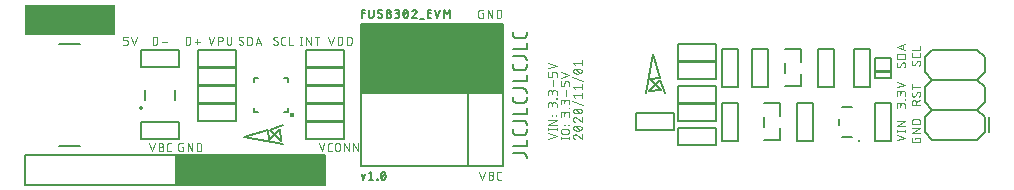
<source format=gbr>
G04 EAGLE Gerber RS-274X export*
G75*
%MOMM*%
%FSLAX34Y34*%
%LPD*%
%INGTO*%
%IPPOS*%
%AMOC8*
5,1,8,0,0,1.08239X$1,22.5*%
G01*
%ADD10C,0.101600*%
%ADD11C,0.127000*%
%ADD12R,12.065000X5.969000*%
%ADD13C,0.203200*%
%ADD14R,12.700000X2.540000*%
%ADD15R,7.620000X2.540000*%
%ADD16C,0.076200*%
%ADD17C,0.152400*%
%ADD18C,0.406400*%
%ADD19C,0.254000*%

G36*
X106046Y-12711D02*
X106046Y-12711D01*
X106047Y-12712D01*
X106457Y-12658D01*
X106459Y-12656D01*
X106460Y-12657D01*
X106843Y-12498D01*
X106844Y-12496D01*
X106846Y-12497D01*
X107175Y-12245D01*
X107175Y-12242D01*
X107177Y-12242D01*
X107429Y-11914D01*
X107429Y-11911D01*
X107431Y-11911D01*
X107589Y-11528D01*
X107589Y-11526D01*
X107590Y-11525D01*
X107644Y-11114D01*
X107643Y-11112D01*
X107644Y-11111D01*
X107590Y-10700D01*
X107589Y-10699D01*
X107589Y-10697D01*
X107431Y-10314D01*
X107429Y-10313D01*
X107429Y-10311D01*
X107177Y-9983D01*
X107175Y-9982D01*
X107175Y-9981D01*
X106846Y-9728D01*
X106844Y-9728D01*
X106843Y-9727D01*
X106460Y-9568D01*
X106458Y-9569D01*
X106457Y-9567D01*
X106047Y-9513D01*
X106045Y-9514D01*
X106043Y-9513D01*
X105633Y-9567D01*
X105631Y-9569D01*
X105630Y-9568D01*
X105247Y-9727D01*
X105246Y-9729D01*
X105244Y-9728D01*
X104915Y-9981D01*
X104915Y-9983D01*
X104913Y-9983D01*
X104661Y-10311D01*
X104661Y-10314D01*
X104659Y-10314D01*
X104501Y-10697D01*
X104501Y-10699D01*
X104500Y-10700D01*
X104446Y-11111D01*
X104447Y-11113D01*
X104446Y-11114D01*
X104500Y-11525D01*
X104501Y-11526D01*
X104501Y-11528D01*
X104659Y-11911D01*
X104661Y-11912D01*
X104661Y-11914D01*
X104913Y-12242D01*
X104915Y-12243D01*
X104915Y-12245D01*
X105244Y-12497D01*
X105246Y-12497D01*
X105247Y-12498D01*
X105630Y-12657D01*
X105632Y-12656D01*
X105633Y-12658D01*
X106043Y-12712D01*
X106044Y-12711D01*
X106045Y-12712D01*
X106046Y-12711D01*
G37*
D10*
X112840Y-40894D02*
X115211Y-48006D01*
X117582Y-40894D01*
X120933Y-44055D02*
X122909Y-44055D01*
X122909Y-44054D02*
X122996Y-44056D01*
X123084Y-44062D01*
X123171Y-44071D01*
X123257Y-44085D01*
X123343Y-44102D01*
X123427Y-44123D01*
X123511Y-44148D01*
X123594Y-44177D01*
X123675Y-44209D01*
X123755Y-44244D01*
X123833Y-44283D01*
X123910Y-44326D01*
X123984Y-44372D01*
X124056Y-44421D01*
X124126Y-44473D01*
X124194Y-44529D01*
X124259Y-44587D01*
X124322Y-44648D01*
X124381Y-44712D01*
X124438Y-44779D01*
X124492Y-44847D01*
X124543Y-44919D01*
X124590Y-44992D01*
X124635Y-45067D01*
X124676Y-45145D01*
X124713Y-45224D01*
X124747Y-45304D01*
X124777Y-45386D01*
X124804Y-45469D01*
X124827Y-45554D01*
X124846Y-45639D01*
X124861Y-45725D01*
X124873Y-45812D01*
X124881Y-45899D01*
X124885Y-45986D01*
X124885Y-46074D01*
X124881Y-46161D01*
X124873Y-46248D01*
X124861Y-46335D01*
X124846Y-46421D01*
X124827Y-46506D01*
X124804Y-46591D01*
X124777Y-46674D01*
X124747Y-46756D01*
X124713Y-46836D01*
X124676Y-46915D01*
X124635Y-46993D01*
X124590Y-47068D01*
X124543Y-47141D01*
X124492Y-47213D01*
X124438Y-47281D01*
X124381Y-47348D01*
X124322Y-47412D01*
X124259Y-47473D01*
X124194Y-47531D01*
X124126Y-47587D01*
X124056Y-47639D01*
X123984Y-47688D01*
X123910Y-47734D01*
X123833Y-47777D01*
X123755Y-47816D01*
X123675Y-47851D01*
X123594Y-47883D01*
X123511Y-47912D01*
X123427Y-47937D01*
X123343Y-47958D01*
X123257Y-47975D01*
X123171Y-47989D01*
X123084Y-47998D01*
X122996Y-48004D01*
X122909Y-48006D01*
X120933Y-48006D01*
X120933Y-40894D01*
X122909Y-40894D01*
X122988Y-40896D01*
X123066Y-40902D01*
X123144Y-40912D01*
X123222Y-40925D01*
X123299Y-40943D01*
X123375Y-40964D01*
X123449Y-40989D01*
X123523Y-41018D01*
X123595Y-41050D01*
X123665Y-41086D01*
X123733Y-41126D01*
X123799Y-41169D01*
X123863Y-41215D01*
X123925Y-41264D01*
X123984Y-41316D01*
X124040Y-41371D01*
X124094Y-41429D01*
X124144Y-41489D01*
X124192Y-41552D01*
X124236Y-41617D01*
X124277Y-41684D01*
X124315Y-41753D01*
X124349Y-41824D01*
X124380Y-41897D01*
X124407Y-41971D01*
X124430Y-42046D01*
X124449Y-42122D01*
X124465Y-42200D01*
X124477Y-42278D01*
X124485Y-42356D01*
X124489Y-42435D01*
X124489Y-42513D01*
X124485Y-42592D01*
X124477Y-42670D01*
X124465Y-42748D01*
X124449Y-42826D01*
X124430Y-42902D01*
X124407Y-42977D01*
X124380Y-43051D01*
X124349Y-43124D01*
X124315Y-43195D01*
X124277Y-43264D01*
X124236Y-43331D01*
X124192Y-43396D01*
X124144Y-43459D01*
X124094Y-43519D01*
X124040Y-43577D01*
X123984Y-43632D01*
X123925Y-43684D01*
X123863Y-43733D01*
X123799Y-43779D01*
X123733Y-43822D01*
X123665Y-43862D01*
X123595Y-43898D01*
X123523Y-43930D01*
X123449Y-43959D01*
X123375Y-43984D01*
X123299Y-44005D01*
X123222Y-44023D01*
X123144Y-44036D01*
X123066Y-44046D01*
X122988Y-44052D01*
X122909Y-44054D01*
X129419Y-48006D02*
X131000Y-48006D01*
X129419Y-48006D02*
X129341Y-48004D01*
X129264Y-47998D01*
X129187Y-47989D01*
X129111Y-47976D01*
X129035Y-47959D01*
X128960Y-47938D01*
X128887Y-47914D01*
X128814Y-47886D01*
X128743Y-47854D01*
X128674Y-47819D01*
X128607Y-47781D01*
X128541Y-47740D01*
X128478Y-47695D01*
X128417Y-47647D01*
X128358Y-47597D01*
X128302Y-47543D01*
X128248Y-47487D01*
X128198Y-47428D01*
X128150Y-47367D01*
X128105Y-47304D01*
X128064Y-47238D01*
X128026Y-47171D01*
X127991Y-47102D01*
X127959Y-47031D01*
X127931Y-46958D01*
X127907Y-46885D01*
X127886Y-46810D01*
X127869Y-46734D01*
X127856Y-46658D01*
X127847Y-46581D01*
X127841Y-46504D01*
X127839Y-46426D01*
X127839Y-42474D01*
X127838Y-42474D02*
X127840Y-42396D01*
X127846Y-42319D01*
X127855Y-42242D01*
X127868Y-42166D01*
X127885Y-42090D01*
X127906Y-42015D01*
X127930Y-41941D01*
X127958Y-41869D01*
X127990Y-41798D01*
X128025Y-41729D01*
X128063Y-41661D01*
X128104Y-41596D01*
X128149Y-41532D01*
X128197Y-41471D01*
X128248Y-41412D01*
X128301Y-41356D01*
X128357Y-41303D01*
X128416Y-41252D01*
X128477Y-41204D01*
X128541Y-41159D01*
X128606Y-41118D01*
X128674Y-41080D01*
X128743Y-41045D01*
X128814Y-41013D01*
X128886Y-40985D01*
X128960Y-40961D01*
X129035Y-40940D01*
X129111Y-40923D01*
X129187Y-40910D01*
X129264Y-40901D01*
X129341Y-40895D01*
X129419Y-40893D01*
X129419Y-40894D02*
X131000Y-40894D01*
X256490Y-40894D02*
X258861Y-48006D01*
X261232Y-40894D01*
X265754Y-48006D02*
X267334Y-48006D01*
X265754Y-48006D02*
X265676Y-48004D01*
X265599Y-47998D01*
X265522Y-47989D01*
X265446Y-47976D01*
X265370Y-47959D01*
X265295Y-47938D01*
X265222Y-47914D01*
X265149Y-47886D01*
X265078Y-47854D01*
X265009Y-47819D01*
X264942Y-47781D01*
X264876Y-47740D01*
X264813Y-47695D01*
X264752Y-47647D01*
X264693Y-47597D01*
X264637Y-47543D01*
X264583Y-47487D01*
X264533Y-47428D01*
X264485Y-47367D01*
X264440Y-47304D01*
X264399Y-47238D01*
X264361Y-47171D01*
X264326Y-47102D01*
X264294Y-47031D01*
X264266Y-46958D01*
X264242Y-46885D01*
X264221Y-46810D01*
X264204Y-46734D01*
X264191Y-46658D01*
X264182Y-46581D01*
X264176Y-46504D01*
X264174Y-46426D01*
X264173Y-46426D02*
X264173Y-42474D01*
X264175Y-42396D01*
X264181Y-42319D01*
X264190Y-42242D01*
X264203Y-42166D01*
X264220Y-42090D01*
X264241Y-42015D01*
X264265Y-41941D01*
X264293Y-41869D01*
X264325Y-41798D01*
X264360Y-41729D01*
X264398Y-41661D01*
X264439Y-41596D01*
X264484Y-41532D01*
X264532Y-41471D01*
X264583Y-41412D01*
X264636Y-41356D01*
X264692Y-41303D01*
X264751Y-41252D01*
X264812Y-41204D01*
X264876Y-41159D01*
X264941Y-41118D01*
X265009Y-41080D01*
X265078Y-41045D01*
X265149Y-41013D01*
X265221Y-40985D01*
X265295Y-40961D01*
X265370Y-40940D01*
X265446Y-40923D01*
X265522Y-40910D01*
X265599Y-40901D01*
X265676Y-40895D01*
X265754Y-40893D01*
X265754Y-40894D02*
X267334Y-40894D01*
X270297Y-42870D02*
X270297Y-46030D01*
X270296Y-42870D02*
X270298Y-42783D01*
X270304Y-42695D01*
X270313Y-42608D01*
X270327Y-42522D01*
X270344Y-42436D01*
X270365Y-42352D01*
X270390Y-42268D01*
X270419Y-42185D01*
X270451Y-42104D01*
X270486Y-42024D01*
X270525Y-41946D01*
X270568Y-41869D01*
X270614Y-41795D01*
X270663Y-41723D01*
X270715Y-41653D01*
X270771Y-41585D01*
X270829Y-41520D01*
X270890Y-41457D01*
X270954Y-41398D01*
X271021Y-41341D01*
X271089Y-41287D01*
X271161Y-41236D01*
X271234Y-41189D01*
X271309Y-41144D01*
X271387Y-41103D01*
X271466Y-41066D01*
X271546Y-41032D01*
X271628Y-41002D01*
X271711Y-40975D01*
X271796Y-40952D01*
X271881Y-40933D01*
X271967Y-40918D01*
X272054Y-40906D01*
X272141Y-40898D01*
X272228Y-40894D01*
X272316Y-40894D01*
X272403Y-40898D01*
X272490Y-40906D01*
X272577Y-40918D01*
X272663Y-40933D01*
X272748Y-40952D01*
X272833Y-40975D01*
X272916Y-41002D01*
X272998Y-41032D01*
X273078Y-41066D01*
X273157Y-41103D01*
X273235Y-41144D01*
X273310Y-41189D01*
X273383Y-41236D01*
X273455Y-41287D01*
X273523Y-41341D01*
X273590Y-41398D01*
X273654Y-41457D01*
X273715Y-41520D01*
X273773Y-41585D01*
X273829Y-41653D01*
X273881Y-41723D01*
X273930Y-41795D01*
X273976Y-41869D01*
X274019Y-41946D01*
X274058Y-42024D01*
X274093Y-42104D01*
X274125Y-42185D01*
X274154Y-42268D01*
X274179Y-42352D01*
X274200Y-42436D01*
X274217Y-42522D01*
X274231Y-42608D01*
X274240Y-42695D01*
X274246Y-42783D01*
X274248Y-42870D01*
X274248Y-46030D01*
X274246Y-46117D01*
X274240Y-46205D01*
X274231Y-46292D01*
X274217Y-46378D01*
X274200Y-46464D01*
X274179Y-46548D01*
X274154Y-46632D01*
X274125Y-46715D01*
X274093Y-46796D01*
X274058Y-46876D01*
X274019Y-46954D01*
X273976Y-47031D01*
X273930Y-47105D01*
X273881Y-47177D01*
X273829Y-47247D01*
X273773Y-47315D01*
X273715Y-47380D01*
X273654Y-47443D01*
X273590Y-47502D01*
X273523Y-47559D01*
X273455Y-47613D01*
X273383Y-47664D01*
X273310Y-47711D01*
X273235Y-47756D01*
X273157Y-47797D01*
X273078Y-47834D01*
X272998Y-47868D01*
X272916Y-47898D01*
X272833Y-47925D01*
X272748Y-47948D01*
X272663Y-47967D01*
X272577Y-47982D01*
X272490Y-47994D01*
X272403Y-48002D01*
X272316Y-48006D01*
X272228Y-48006D01*
X272141Y-48002D01*
X272054Y-47994D01*
X271967Y-47982D01*
X271881Y-47967D01*
X271796Y-47948D01*
X271711Y-47925D01*
X271628Y-47898D01*
X271546Y-47868D01*
X271466Y-47834D01*
X271387Y-47797D01*
X271309Y-47756D01*
X271234Y-47711D01*
X271161Y-47664D01*
X271089Y-47613D01*
X271021Y-47559D01*
X270954Y-47502D01*
X270890Y-47443D01*
X270829Y-47380D01*
X270771Y-47315D01*
X270715Y-47247D01*
X270663Y-47177D01*
X270614Y-47105D01*
X270568Y-47031D01*
X270525Y-46954D01*
X270486Y-46876D01*
X270451Y-46796D01*
X270419Y-46715D01*
X270390Y-46632D01*
X270365Y-46548D01*
X270344Y-46464D01*
X270327Y-46378D01*
X270313Y-46292D01*
X270304Y-46205D01*
X270298Y-46117D01*
X270296Y-46030D01*
X277856Y-48006D02*
X277856Y-40894D01*
X281807Y-48006D01*
X281807Y-40894D01*
X285659Y-40894D02*
X285659Y-48006D01*
X289610Y-48006D02*
X285659Y-40894D01*
X289610Y-40894D02*
X289610Y-48006D01*
X141493Y-44055D02*
X140307Y-44055D01*
X141493Y-44055D02*
X141493Y-48006D01*
X139122Y-48006D01*
X139044Y-48004D01*
X138967Y-47998D01*
X138890Y-47989D01*
X138814Y-47976D01*
X138738Y-47959D01*
X138663Y-47938D01*
X138590Y-47914D01*
X138517Y-47886D01*
X138446Y-47854D01*
X138377Y-47819D01*
X138310Y-47781D01*
X138244Y-47740D01*
X138181Y-47695D01*
X138120Y-47647D01*
X138061Y-47597D01*
X138005Y-47543D01*
X137951Y-47487D01*
X137901Y-47428D01*
X137853Y-47367D01*
X137808Y-47304D01*
X137767Y-47238D01*
X137729Y-47171D01*
X137694Y-47102D01*
X137662Y-47031D01*
X137634Y-46958D01*
X137610Y-46885D01*
X137589Y-46810D01*
X137572Y-46734D01*
X137559Y-46658D01*
X137550Y-46581D01*
X137544Y-46504D01*
X137542Y-46426D01*
X137542Y-42474D01*
X137541Y-42474D02*
X137543Y-42396D01*
X137549Y-42319D01*
X137558Y-42242D01*
X137571Y-42166D01*
X137588Y-42090D01*
X137609Y-42015D01*
X137633Y-41941D01*
X137661Y-41869D01*
X137693Y-41798D01*
X137728Y-41729D01*
X137766Y-41661D01*
X137807Y-41596D01*
X137852Y-41532D01*
X137900Y-41471D01*
X137951Y-41412D01*
X138004Y-41356D01*
X138060Y-41303D01*
X138119Y-41252D01*
X138180Y-41204D01*
X138244Y-41159D01*
X138309Y-41118D01*
X138377Y-41080D01*
X138446Y-41045D01*
X138517Y-41013D01*
X138589Y-40985D01*
X138663Y-40961D01*
X138738Y-40940D01*
X138814Y-40923D01*
X138890Y-40910D01*
X138967Y-40901D01*
X139044Y-40895D01*
X139122Y-40893D01*
X139122Y-40894D02*
X141493Y-40894D01*
X145344Y-40894D02*
X145344Y-48006D01*
X149296Y-48006D02*
X145344Y-40894D01*
X149296Y-40894D02*
X149296Y-48006D01*
X153147Y-48006D02*
X153147Y-40894D01*
X155123Y-40894D01*
X155209Y-40896D01*
X155295Y-40902D01*
X155381Y-40911D01*
X155466Y-40924D01*
X155551Y-40941D01*
X155634Y-40961D01*
X155717Y-40985D01*
X155799Y-41013D01*
X155879Y-41044D01*
X155958Y-41079D01*
X156035Y-41117D01*
X156111Y-41159D01*
X156185Y-41203D01*
X156256Y-41251D01*
X156326Y-41302D01*
X156393Y-41356D01*
X156458Y-41413D01*
X156520Y-41473D01*
X156580Y-41535D01*
X156637Y-41600D01*
X156691Y-41667D01*
X156742Y-41737D01*
X156790Y-41808D01*
X156834Y-41882D01*
X156876Y-41958D01*
X156914Y-42035D01*
X156949Y-42114D01*
X156980Y-42194D01*
X157008Y-42276D01*
X157032Y-42359D01*
X157052Y-42442D01*
X157069Y-42527D01*
X157082Y-42612D01*
X157091Y-42698D01*
X157097Y-42784D01*
X157099Y-42870D01*
X157098Y-42870D02*
X157098Y-46030D01*
X157099Y-46030D02*
X157097Y-46116D01*
X157091Y-46202D01*
X157082Y-46288D01*
X157069Y-46373D01*
X157052Y-46458D01*
X157032Y-46541D01*
X157008Y-46624D01*
X156980Y-46706D01*
X156949Y-46786D01*
X156914Y-46865D01*
X156876Y-46942D01*
X156834Y-47018D01*
X156790Y-47092D01*
X156742Y-47163D01*
X156691Y-47233D01*
X156637Y-47300D01*
X156580Y-47365D01*
X156520Y-47427D01*
X156458Y-47487D01*
X156393Y-47544D01*
X156326Y-47598D01*
X156256Y-47649D01*
X156185Y-47697D01*
X156111Y-47741D01*
X156035Y-47783D01*
X155958Y-47821D01*
X155879Y-47856D01*
X155799Y-47887D01*
X155717Y-47915D01*
X155634Y-47939D01*
X155551Y-47959D01*
X155466Y-47976D01*
X155381Y-47989D01*
X155295Y-47998D01*
X155209Y-48004D01*
X155123Y-48006D01*
X153147Y-48006D01*
X266837Y42164D02*
X264466Y49276D01*
X269207Y49276D02*
X266837Y42164D01*
X272420Y42164D02*
X272420Y49276D01*
X274396Y49276D01*
X274482Y49274D01*
X274568Y49268D01*
X274654Y49259D01*
X274739Y49246D01*
X274824Y49229D01*
X274907Y49209D01*
X274990Y49185D01*
X275072Y49157D01*
X275152Y49126D01*
X275231Y49091D01*
X275308Y49053D01*
X275384Y49011D01*
X275458Y48967D01*
X275529Y48919D01*
X275599Y48868D01*
X275666Y48814D01*
X275731Y48757D01*
X275793Y48697D01*
X275853Y48635D01*
X275910Y48570D01*
X275964Y48503D01*
X276015Y48433D01*
X276063Y48362D01*
X276107Y48288D01*
X276149Y48212D01*
X276187Y48135D01*
X276222Y48056D01*
X276253Y47976D01*
X276281Y47894D01*
X276305Y47811D01*
X276325Y47728D01*
X276342Y47643D01*
X276355Y47558D01*
X276364Y47472D01*
X276370Y47386D01*
X276372Y47300D01*
X276371Y47300D02*
X276371Y44140D01*
X276372Y44140D02*
X276370Y44054D01*
X276364Y43968D01*
X276355Y43882D01*
X276342Y43797D01*
X276325Y43712D01*
X276305Y43629D01*
X276281Y43546D01*
X276253Y43464D01*
X276222Y43384D01*
X276187Y43305D01*
X276149Y43228D01*
X276107Y43152D01*
X276063Y43078D01*
X276015Y43007D01*
X275964Y42937D01*
X275910Y42870D01*
X275853Y42805D01*
X275793Y42743D01*
X275731Y42683D01*
X275666Y42626D01*
X275599Y42572D01*
X275529Y42521D01*
X275458Y42473D01*
X275384Y42429D01*
X275308Y42387D01*
X275231Y42349D01*
X275152Y42314D01*
X275072Y42283D01*
X274990Y42255D01*
X274907Y42231D01*
X274824Y42211D01*
X274739Y42194D01*
X274654Y42181D01*
X274568Y42172D01*
X274482Y42166D01*
X274396Y42164D01*
X272420Y42164D01*
X280223Y42164D02*
X280223Y49276D01*
X282198Y49276D01*
X282284Y49274D01*
X282370Y49268D01*
X282456Y49259D01*
X282541Y49246D01*
X282626Y49229D01*
X282709Y49209D01*
X282792Y49185D01*
X282874Y49157D01*
X282954Y49126D01*
X283033Y49091D01*
X283110Y49053D01*
X283186Y49011D01*
X283260Y48967D01*
X283331Y48919D01*
X283401Y48868D01*
X283468Y48814D01*
X283533Y48757D01*
X283595Y48697D01*
X283655Y48635D01*
X283712Y48570D01*
X283766Y48503D01*
X283817Y48433D01*
X283865Y48362D01*
X283909Y48288D01*
X283951Y48212D01*
X283989Y48135D01*
X284024Y48056D01*
X284055Y47976D01*
X284083Y47894D01*
X284107Y47811D01*
X284127Y47728D01*
X284144Y47643D01*
X284157Y47558D01*
X284166Y47472D01*
X284172Y47386D01*
X284174Y47300D01*
X284174Y44140D01*
X284175Y44140D02*
X284173Y44054D01*
X284167Y43968D01*
X284158Y43882D01*
X284145Y43797D01*
X284128Y43712D01*
X284108Y43629D01*
X284084Y43546D01*
X284056Y43464D01*
X284025Y43384D01*
X283990Y43305D01*
X283952Y43228D01*
X283910Y43152D01*
X283866Y43078D01*
X283818Y43007D01*
X283767Y42937D01*
X283713Y42870D01*
X283656Y42805D01*
X283596Y42743D01*
X283534Y42683D01*
X283469Y42626D01*
X283402Y42572D01*
X283332Y42521D01*
X283261Y42473D01*
X283187Y42429D01*
X283111Y42387D01*
X283034Y42349D01*
X282955Y42314D01*
X282875Y42283D01*
X282793Y42255D01*
X282710Y42231D01*
X282627Y42211D01*
X282542Y42194D01*
X282457Y42181D01*
X282371Y42172D01*
X282285Y42166D01*
X282199Y42164D01*
X282198Y42164D02*
X280223Y42164D01*
X241744Y42164D02*
X241744Y49276D01*
X240953Y42164D02*
X242534Y42164D01*
X242534Y49276D02*
X240953Y49276D01*
X245864Y49276D02*
X245864Y42164D01*
X249815Y42164D02*
X245864Y49276D01*
X249815Y49276D02*
X249815Y42164D01*
X254911Y42164D02*
X254911Y49276D01*
X252935Y49276D02*
X256887Y49276D01*
X221715Y43744D02*
X221713Y43666D01*
X221707Y43589D01*
X221698Y43512D01*
X221685Y43436D01*
X221668Y43360D01*
X221647Y43285D01*
X221623Y43212D01*
X221595Y43139D01*
X221563Y43068D01*
X221528Y42999D01*
X221490Y42932D01*
X221449Y42866D01*
X221404Y42803D01*
X221356Y42742D01*
X221306Y42683D01*
X221252Y42627D01*
X221196Y42573D01*
X221137Y42523D01*
X221076Y42475D01*
X221013Y42430D01*
X220947Y42389D01*
X220880Y42351D01*
X220811Y42316D01*
X220740Y42284D01*
X220667Y42256D01*
X220594Y42232D01*
X220519Y42211D01*
X220443Y42194D01*
X220367Y42181D01*
X220290Y42172D01*
X220213Y42166D01*
X220135Y42164D01*
X220020Y42166D01*
X219906Y42172D01*
X219792Y42182D01*
X219678Y42195D01*
X219565Y42213D01*
X219452Y42235D01*
X219340Y42260D01*
X219230Y42289D01*
X219120Y42322D01*
X219011Y42359D01*
X218904Y42399D01*
X218798Y42443D01*
X218694Y42491D01*
X218591Y42542D01*
X218491Y42597D01*
X218392Y42655D01*
X218295Y42717D01*
X218201Y42781D01*
X218108Y42849D01*
X218018Y42921D01*
X217931Y42995D01*
X217846Y43072D01*
X217764Y43152D01*
X217963Y47696D02*
X217965Y47774D01*
X217971Y47851D01*
X217980Y47928D01*
X217993Y48004D01*
X218010Y48080D01*
X218031Y48155D01*
X218055Y48228D01*
X218083Y48301D01*
X218115Y48372D01*
X218150Y48441D01*
X218188Y48508D01*
X218229Y48574D01*
X218274Y48637D01*
X218322Y48698D01*
X218372Y48757D01*
X218426Y48813D01*
X218482Y48867D01*
X218541Y48917D01*
X218602Y48965D01*
X218665Y49010D01*
X218731Y49051D01*
X218798Y49089D01*
X218867Y49124D01*
X218938Y49156D01*
X219011Y49184D01*
X219084Y49208D01*
X219159Y49229D01*
X219235Y49246D01*
X219311Y49259D01*
X219388Y49268D01*
X219466Y49274D01*
X219543Y49276D01*
X219649Y49274D01*
X219755Y49268D01*
X219860Y49259D01*
X219965Y49246D01*
X220070Y49229D01*
X220174Y49208D01*
X220277Y49184D01*
X220379Y49156D01*
X220480Y49124D01*
X220580Y49089D01*
X220678Y49050D01*
X220776Y49007D01*
X220871Y48962D01*
X220965Y48913D01*
X221057Y48860D01*
X221147Y48804D01*
X221235Y48745D01*
X221321Y48683D01*
X218752Y46313D02*
X218685Y46355D01*
X218620Y46400D01*
X218557Y46449D01*
X218496Y46500D01*
X218439Y46555D01*
X218384Y46612D01*
X218331Y46672D01*
X218282Y46734D01*
X218236Y46799D01*
X218194Y46865D01*
X218154Y46934D01*
X218118Y47005D01*
X218086Y47078D01*
X218057Y47152D01*
X218032Y47227D01*
X218011Y47303D01*
X217993Y47381D01*
X217980Y47459D01*
X217970Y47538D01*
X217964Y47617D01*
X217962Y47696D01*
X220926Y45127D02*
X220993Y45085D01*
X221058Y45040D01*
X221121Y44991D01*
X221182Y44940D01*
X221239Y44885D01*
X221294Y44828D01*
X221347Y44768D01*
X221396Y44706D01*
X221442Y44641D01*
X221484Y44575D01*
X221524Y44506D01*
X221560Y44435D01*
X221592Y44362D01*
X221621Y44288D01*
X221646Y44213D01*
X221667Y44137D01*
X221685Y44059D01*
X221698Y43981D01*
X221708Y43902D01*
X221714Y43823D01*
X221716Y43744D01*
X220926Y45127D02*
X218752Y46313D01*
X226389Y42164D02*
X227970Y42164D01*
X226389Y42164D02*
X226311Y42166D01*
X226234Y42172D01*
X226157Y42181D01*
X226081Y42194D01*
X226005Y42211D01*
X225930Y42232D01*
X225857Y42256D01*
X225784Y42284D01*
X225713Y42316D01*
X225644Y42351D01*
X225577Y42389D01*
X225511Y42430D01*
X225448Y42475D01*
X225387Y42523D01*
X225328Y42573D01*
X225272Y42627D01*
X225218Y42683D01*
X225168Y42742D01*
X225120Y42803D01*
X225075Y42866D01*
X225034Y42932D01*
X224996Y42999D01*
X224961Y43068D01*
X224929Y43139D01*
X224901Y43212D01*
X224877Y43285D01*
X224856Y43360D01*
X224839Y43436D01*
X224826Y43512D01*
X224817Y43589D01*
X224811Y43666D01*
X224809Y43744D01*
X224809Y47696D01*
X224811Y47774D01*
X224817Y47851D01*
X224826Y47928D01*
X224839Y48004D01*
X224856Y48080D01*
X224877Y48155D01*
X224901Y48228D01*
X224929Y48301D01*
X224961Y48372D01*
X224996Y48441D01*
X225034Y48508D01*
X225075Y48574D01*
X225120Y48637D01*
X225168Y48698D01*
X225218Y48757D01*
X225272Y48813D01*
X225328Y48867D01*
X225387Y48917D01*
X225448Y48965D01*
X225511Y49010D01*
X225577Y49051D01*
X225644Y49089D01*
X225713Y49124D01*
X225784Y49156D01*
X225857Y49184D01*
X225930Y49208D01*
X226005Y49229D01*
X226081Y49246D01*
X226157Y49259D01*
X226234Y49268D01*
X226311Y49274D01*
X226389Y49276D01*
X227970Y49276D01*
X231194Y49276D02*
X231194Y42164D01*
X234355Y42164D01*
X192460Y43744D02*
X192458Y43666D01*
X192452Y43589D01*
X192443Y43512D01*
X192430Y43436D01*
X192413Y43360D01*
X192392Y43285D01*
X192368Y43212D01*
X192340Y43139D01*
X192308Y43068D01*
X192273Y42999D01*
X192235Y42932D01*
X192194Y42866D01*
X192149Y42803D01*
X192101Y42742D01*
X192051Y42683D01*
X191997Y42627D01*
X191941Y42573D01*
X191882Y42523D01*
X191821Y42475D01*
X191758Y42430D01*
X191692Y42389D01*
X191625Y42351D01*
X191556Y42316D01*
X191485Y42284D01*
X191412Y42256D01*
X191339Y42232D01*
X191264Y42211D01*
X191188Y42194D01*
X191112Y42181D01*
X191035Y42172D01*
X190958Y42166D01*
X190880Y42164D01*
X190765Y42166D01*
X190651Y42172D01*
X190537Y42182D01*
X190423Y42195D01*
X190310Y42213D01*
X190197Y42235D01*
X190085Y42260D01*
X189975Y42289D01*
X189865Y42322D01*
X189756Y42359D01*
X189649Y42399D01*
X189543Y42443D01*
X189439Y42491D01*
X189336Y42542D01*
X189236Y42597D01*
X189137Y42655D01*
X189040Y42717D01*
X188946Y42781D01*
X188853Y42849D01*
X188763Y42921D01*
X188676Y42995D01*
X188591Y43072D01*
X188509Y43152D01*
X188708Y47696D02*
X188710Y47774D01*
X188716Y47851D01*
X188725Y47928D01*
X188738Y48004D01*
X188755Y48080D01*
X188776Y48155D01*
X188800Y48228D01*
X188828Y48301D01*
X188860Y48372D01*
X188895Y48441D01*
X188933Y48508D01*
X188974Y48574D01*
X189019Y48637D01*
X189067Y48698D01*
X189117Y48757D01*
X189171Y48813D01*
X189227Y48867D01*
X189286Y48917D01*
X189347Y48965D01*
X189410Y49010D01*
X189476Y49051D01*
X189543Y49089D01*
X189612Y49124D01*
X189683Y49156D01*
X189756Y49184D01*
X189829Y49208D01*
X189904Y49229D01*
X189980Y49246D01*
X190056Y49259D01*
X190133Y49268D01*
X190211Y49274D01*
X190288Y49276D01*
X190394Y49274D01*
X190500Y49268D01*
X190605Y49259D01*
X190710Y49246D01*
X190815Y49229D01*
X190919Y49208D01*
X191022Y49184D01*
X191124Y49156D01*
X191225Y49124D01*
X191325Y49089D01*
X191423Y49050D01*
X191521Y49007D01*
X191616Y48962D01*
X191710Y48913D01*
X191802Y48860D01*
X191892Y48804D01*
X191980Y48745D01*
X192066Y48683D01*
X189497Y46313D02*
X189430Y46355D01*
X189365Y46400D01*
X189302Y46449D01*
X189241Y46500D01*
X189184Y46555D01*
X189129Y46612D01*
X189076Y46672D01*
X189027Y46734D01*
X188981Y46799D01*
X188939Y46865D01*
X188899Y46934D01*
X188863Y47005D01*
X188831Y47078D01*
X188802Y47152D01*
X188777Y47227D01*
X188756Y47303D01*
X188738Y47381D01*
X188725Y47459D01*
X188715Y47538D01*
X188709Y47617D01*
X188707Y47696D01*
X191671Y45127D02*
X191738Y45085D01*
X191803Y45040D01*
X191866Y44991D01*
X191927Y44940D01*
X191984Y44885D01*
X192039Y44828D01*
X192092Y44768D01*
X192141Y44706D01*
X192187Y44641D01*
X192229Y44575D01*
X192269Y44506D01*
X192305Y44435D01*
X192337Y44362D01*
X192366Y44288D01*
X192391Y44213D01*
X192412Y44137D01*
X192430Y44059D01*
X192443Y43981D01*
X192453Y43902D01*
X192459Y43823D01*
X192461Y43744D01*
X191671Y45127D02*
X189498Y46313D01*
X195825Y49276D02*
X195825Y42164D01*
X195825Y49276D02*
X197801Y49276D01*
X197887Y49274D01*
X197973Y49268D01*
X198059Y49259D01*
X198144Y49246D01*
X198229Y49229D01*
X198312Y49209D01*
X198395Y49185D01*
X198477Y49157D01*
X198557Y49126D01*
X198636Y49091D01*
X198713Y49053D01*
X198789Y49011D01*
X198863Y48967D01*
X198934Y48919D01*
X199004Y48868D01*
X199071Y48814D01*
X199136Y48757D01*
X199198Y48697D01*
X199258Y48635D01*
X199315Y48570D01*
X199369Y48503D01*
X199420Y48433D01*
X199468Y48362D01*
X199512Y48288D01*
X199554Y48212D01*
X199592Y48135D01*
X199627Y48056D01*
X199658Y47976D01*
X199686Y47894D01*
X199710Y47811D01*
X199730Y47728D01*
X199747Y47643D01*
X199760Y47558D01*
X199769Y47472D01*
X199775Y47386D01*
X199777Y47300D01*
X199776Y47300D02*
X199776Y44140D01*
X199777Y44140D02*
X199775Y44054D01*
X199769Y43968D01*
X199760Y43882D01*
X199747Y43797D01*
X199730Y43712D01*
X199710Y43629D01*
X199686Y43546D01*
X199658Y43464D01*
X199627Y43384D01*
X199592Y43305D01*
X199554Y43228D01*
X199512Y43152D01*
X199468Y43078D01*
X199420Y43007D01*
X199369Y42937D01*
X199315Y42870D01*
X199258Y42805D01*
X199198Y42743D01*
X199136Y42683D01*
X199071Y42626D01*
X199004Y42572D01*
X198934Y42521D01*
X198863Y42473D01*
X198789Y42429D01*
X198713Y42387D01*
X198636Y42349D01*
X198557Y42314D01*
X198477Y42283D01*
X198395Y42255D01*
X198312Y42231D01*
X198229Y42211D01*
X198144Y42194D01*
X198059Y42181D01*
X197973Y42172D01*
X197887Y42166D01*
X197801Y42164D01*
X195825Y42164D01*
X202989Y42164D02*
X205360Y49276D01*
X207730Y42164D01*
X207138Y43942D02*
X203582Y43942D01*
X165480Y42164D02*
X163110Y49276D01*
X167851Y49276D02*
X165480Y42164D01*
X171203Y42164D02*
X171203Y49276D01*
X173178Y49276D01*
X173265Y49274D01*
X173353Y49268D01*
X173440Y49259D01*
X173526Y49245D01*
X173612Y49228D01*
X173696Y49207D01*
X173780Y49182D01*
X173863Y49153D01*
X173944Y49121D01*
X174024Y49086D01*
X174102Y49047D01*
X174179Y49004D01*
X174253Y48958D01*
X174325Y48909D01*
X174395Y48857D01*
X174463Y48801D01*
X174528Y48743D01*
X174591Y48682D01*
X174650Y48618D01*
X174707Y48551D01*
X174761Y48483D01*
X174812Y48411D01*
X174859Y48338D01*
X174904Y48263D01*
X174945Y48185D01*
X174982Y48106D01*
X175016Y48026D01*
X175046Y47944D01*
X175073Y47861D01*
X175096Y47776D01*
X175115Y47691D01*
X175130Y47605D01*
X175142Y47518D01*
X175150Y47431D01*
X175154Y47344D01*
X175154Y47256D01*
X175150Y47169D01*
X175142Y47082D01*
X175130Y46995D01*
X175115Y46909D01*
X175096Y46824D01*
X175073Y46739D01*
X175046Y46656D01*
X175016Y46574D01*
X174982Y46494D01*
X174945Y46415D01*
X174904Y46337D01*
X174859Y46262D01*
X174812Y46189D01*
X174761Y46117D01*
X174707Y46049D01*
X174650Y45982D01*
X174591Y45918D01*
X174528Y45857D01*
X174463Y45799D01*
X174395Y45743D01*
X174325Y45691D01*
X174253Y45642D01*
X174179Y45596D01*
X174102Y45553D01*
X174024Y45514D01*
X173944Y45479D01*
X173863Y45447D01*
X173780Y45418D01*
X173696Y45393D01*
X173612Y45372D01*
X173526Y45355D01*
X173440Y45341D01*
X173353Y45332D01*
X173265Y45326D01*
X173178Y45324D01*
X173178Y45325D02*
X171203Y45325D01*
X178379Y44140D02*
X178379Y49276D01*
X178379Y44140D02*
X178381Y44053D01*
X178387Y43965D01*
X178396Y43878D01*
X178410Y43792D01*
X178427Y43706D01*
X178448Y43622D01*
X178473Y43538D01*
X178502Y43455D01*
X178534Y43374D01*
X178569Y43294D01*
X178608Y43216D01*
X178651Y43139D01*
X178697Y43065D01*
X178746Y42993D01*
X178798Y42923D01*
X178854Y42855D01*
X178912Y42790D01*
X178973Y42727D01*
X179037Y42668D01*
X179104Y42611D01*
X179172Y42557D01*
X179244Y42506D01*
X179317Y42459D01*
X179392Y42414D01*
X179470Y42373D01*
X179549Y42336D01*
X179629Y42302D01*
X179711Y42272D01*
X179794Y42245D01*
X179879Y42222D01*
X179964Y42203D01*
X180050Y42188D01*
X180137Y42176D01*
X180224Y42168D01*
X180311Y42164D01*
X180399Y42164D01*
X180486Y42168D01*
X180573Y42176D01*
X180660Y42188D01*
X180746Y42203D01*
X180831Y42222D01*
X180916Y42245D01*
X180999Y42272D01*
X181081Y42302D01*
X181161Y42336D01*
X181240Y42373D01*
X181318Y42414D01*
X181393Y42459D01*
X181466Y42506D01*
X181538Y42557D01*
X181606Y42611D01*
X181673Y42668D01*
X181737Y42727D01*
X181798Y42790D01*
X181856Y42855D01*
X181912Y42923D01*
X181964Y42993D01*
X182013Y43065D01*
X182059Y43139D01*
X182102Y43216D01*
X182141Y43294D01*
X182176Y43374D01*
X182208Y43455D01*
X182237Y43538D01*
X182262Y43622D01*
X182283Y43706D01*
X182300Y43792D01*
X182314Y43878D01*
X182323Y43965D01*
X182329Y44053D01*
X182331Y44140D01*
X182330Y44140D02*
X182330Y49276D01*
X93060Y42164D02*
X90689Y42164D01*
X93060Y42164D02*
X93138Y42166D01*
X93215Y42172D01*
X93292Y42181D01*
X93368Y42194D01*
X93444Y42211D01*
X93519Y42232D01*
X93592Y42256D01*
X93665Y42284D01*
X93736Y42316D01*
X93805Y42351D01*
X93872Y42389D01*
X93938Y42430D01*
X94001Y42475D01*
X94062Y42523D01*
X94121Y42573D01*
X94177Y42627D01*
X94231Y42683D01*
X94281Y42742D01*
X94329Y42803D01*
X94374Y42866D01*
X94415Y42932D01*
X94453Y42999D01*
X94488Y43068D01*
X94520Y43139D01*
X94548Y43212D01*
X94572Y43285D01*
X94593Y43360D01*
X94610Y43436D01*
X94623Y43512D01*
X94632Y43589D01*
X94638Y43666D01*
X94640Y43744D01*
X94640Y44535D01*
X94638Y44613D01*
X94632Y44690D01*
X94623Y44767D01*
X94610Y44843D01*
X94593Y44919D01*
X94572Y44994D01*
X94548Y45067D01*
X94520Y45140D01*
X94488Y45211D01*
X94453Y45280D01*
X94415Y45347D01*
X94374Y45413D01*
X94329Y45476D01*
X94281Y45537D01*
X94231Y45596D01*
X94177Y45652D01*
X94121Y45706D01*
X94062Y45756D01*
X94001Y45804D01*
X93938Y45849D01*
X93872Y45890D01*
X93805Y45928D01*
X93736Y45963D01*
X93665Y45995D01*
X93592Y46023D01*
X93519Y46047D01*
X93444Y46068D01*
X93368Y46085D01*
X93292Y46098D01*
X93215Y46107D01*
X93138Y46113D01*
X93060Y46115D01*
X90689Y46115D01*
X90689Y49276D01*
X94640Y49276D01*
X97609Y49276D02*
X99980Y42164D01*
X102351Y49276D01*
D11*
X292735Y65151D02*
X292735Y72009D01*
X295783Y72009D01*
X295783Y68961D02*
X292735Y68961D01*
X299054Y67056D02*
X299054Y72009D01*
X299054Y67056D02*
X299056Y66971D01*
X299062Y66885D01*
X299071Y66800D01*
X299085Y66716D01*
X299102Y66632D01*
X299123Y66549D01*
X299147Y66467D01*
X299175Y66387D01*
X299207Y66307D01*
X299243Y66229D01*
X299281Y66153D01*
X299324Y66079D01*
X299369Y66007D01*
X299418Y65936D01*
X299470Y65868D01*
X299524Y65803D01*
X299582Y65740D01*
X299643Y65679D01*
X299706Y65621D01*
X299771Y65567D01*
X299839Y65515D01*
X299910Y65466D01*
X299982Y65421D01*
X300056Y65378D01*
X300132Y65340D01*
X300210Y65304D01*
X300290Y65272D01*
X300370Y65244D01*
X300452Y65220D01*
X300535Y65199D01*
X300619Y65182D01*
X300703Y65168D01*
X300788Y65159D01*
X300874Y65153D01*
X300959Y65151D01*
X301044Y65153D01*
X301130Y65159D01*
X301215Y65168D01*
X301299Y65182D01*
X301383Y65199D01*
X301466Y65220D01*
X301548Y65244D01*
X301628Y65272D01*
X301708Y65304D01*
X301786Y65340D01*
X301862Y65378D01*
X301936Y65421D01*
X302008Y65466D01*
X302079Y65515D01*
X302147Y65567D01*
X302212Y65621D01*
X302275Y65679D01*
X302336Y65740D01*
X302394Y65803D01*
X302448Y65868D01*
X302500Y65936D01*
X302549Y66007D01*
X302594Y66079D01*
X302637Y66153D01*
X302675Y66229D01*
X302711Y66307D01*
X302743Y66387D01*
X302771Y66467D01*
X302795Y66549D01*
X302816Y66632D01*
X302833Y66716D01*
X302847Y66800D01*
X302856Y66885D01*
X302862Y66971D01*
X302864Y67056D01*
X302864Y72009D01*
X308655Y65151D02*
X308732Y65153D01*
X308809Y65159D01*
X308886Y65169D01*
X308962Y65182D01*
X309037Y65200D01*
X309111Y65221D01*
X309184Y65246D01*
X309256Y65275D01*
X309326Y65307D01*
X309395Y65342D01*
X309461Y65382D01*
X309526Y65424D01*
X309588Y65470D01*
X309648Y65519D01*
X309705Y65570D01*
X309760Y65625D01*
X309811Y65682D01*
X309860Y65742D01*
X309906Y65804D01*
X309948Y65869D01*
X309988Y65935D01*
X310023Y66004D01*
X310055Y66074D01*
X310084Y66146D01*
X310109Y66219D01*
X310130Y66293D01*
X310148Y66368D01*
X310161Y66444D01*
X310171Y66521D01*
X310177Y66598D01*
X310179Y66675D01*
X308655Y65151D02*
X308545Y65153D01*
X308434Y65159D01*
X308324Y65168D01*
X308214Y65181D01*
X308105Y65198D01*
X307997Y65219D01*
X307889Y65243D01*
X307782Y65272D01*
X307676Y65303D01*
X307572Y65339D01*
X307468Y65378D01*
X307366Y65420D01*
X307266Y65466D01*
X307167Y65516D01*
X307070Y65568D01*
X306974Y65625D01*
X306881Y65684D01*
X306790Y65746D01*
X306701Y65812D01*
X306614Y65880D01*
X306530Y65952D01*
X306448Y66026D01*
X306369Y66103D01*
X306559Y70485D02*
X306561Y70562D01*
X306567Y70639D01*
X306577Y70716D01*
X306590Y70792D01*
X306608Y70867D01*
X306629Y70941D01*
X306654Y71014D01*
X306683Y71086D01*
X306715Y71156D01*
X306750Y71225D01*
X306790Y71291D01*
X306832Y71356D01*
X306878Y71418D01*
X306927Y71478D01*
X306978Y71535D01*
X307033Y71590D01*
X307090Y71641D01*
X307150Y71690D01*
X307212Y71736D01*
X307277Y71778D01*
X307343Y71818D01*
X307412Y71853D01*
X307482Y71885D01*
X307554Y71914D01*
X307627Y71939D01*
X307701Y71960D01*
X307776Y71978D01*
X307852Y71991D01*
X307929Y72001D01*
X308006Y72007D01*
X308083Y72009D01*
X308083Y72010D02*
X308185Y72008D01*
X308287Y72003D01*
X308389Y71994D01*
X308490Y71981D01*
X308591Y71964D01*
X308691Y71945D01*
X308791Y71921D01*
X308889Y71894D01*
X308987Y71863D01*
X309083Y71829D01*
X309178Y71792D01*
X309272Y71751D01*
X309364Y71707D01*
X309454Y71659D01*
X309543Y71609D01*
X309630Y71555D01*
X309715Y71498D01*
X309798Y71438D01*
X307321Y69151D02*
X307256Y69192D01*
X307193Y69235D01*
X307133Y69282D01*
X307074Y69332D01*
X307019Y69384D01*
X306966Y69439D01*
X306915Y69497D01*
X306868Y69557D01*
X306824Y69620D01*
X306782Y69684D01*
X306744Y69750D01*
X306710Y69819D01*
X306679Y69889D01*
X306651Y69960D01*
X306627Y70032D01*
X306606Y70106D01*
X306589Y70181D01*
X306576Y70256D01*
X306567Y70332D01*
X306561Y70408D01*
X306559Y70485D01*
X309417Y68009D02*
X309482Y67968D01*
X309545Y67925D01*
X309605Y67878D01*
X309664Y67828D01*
X309719Y67776D01*
X309772Y67721D01*
X309823Y67663D01*
X309870Y67603D01*
X309914Y67540D01*
X309956Y67476D01*
X309994Y67410D01*
X310028Y67341D01*
X310059Y67271D01*
X310087Y67200D01*
X310111Y67128D01*
X310132Y67054D01*
X310149Y66979D01*
X310162Y66904D01*
X310171Y66828D01*
X310177Y66752D01*
X310179Y66675D01*
X309417Y68009D02*
X307321Y69152D01*
X313844Y68961D02*
X315749Y68961D01*
X315834Y68959D01*
X315920Y68953D01*
X316005Y68944D01*
X316089Y68930D01*
X316173Y68913D01*
X316256Y68892D01*
X316338Y68868D01*
X316418Y68840D01*
X316498Y68808D01*
X316576Y68772D01*
X316652Y68734D01*
X316726Y68691D01*
X316798Y68646D01*
X316869Y68597D01*
X316937Y68545D01*
X317002Y68491D01*
X317065Y68433D01*
X317126Y68372D01*
X317184Y68309D01*
X317238Y68244D01*
X317290Y68176D01*
X317339Y68105D01*
X317384Y68033D01*
X317427Y67959D01*
X317465Y67883D01*
X317501Y67805D01*
X317533Y67725D01*
X317561Y67645D01*
X317585Y67563D01*
X317606Y67480D01*
X317623Y67396D01*
X317637Y67312D01*
X317646Y67227D01*
X317652Y67141D01*
X317654Y67056D01*
X317652Y66971D01*
X317646Y66885D01*
X317637Y66800D01*
X317623Y66716D01*
X317606Y66632D01*
X317585Y66549D01*
X317561Y66467D01*
X317533Y66387D01*
X317501Y66307D01*
X317465Y66229D01*
X317427Y66153D01*
X317384Y66079D01*
X317339Y66007D01*
X317290Y65936D01*
X317238Y65868D01*
X317184Y65803D01*
X317126Y65740D01*
X317065Y65679D01*
X317002Y65621D01*
X316937Y65567D01*
X316869Y65515D01*
X316798Y65466D01*
X316726Y65421D01*
X316652Y65378D01*
X316576Y65340D01*
X316498Y65304D01*
X316418Y65272D01*
X316338Y65244D01*
X316256Y65220D01*
X316173Y65199D01*
X316089Y65182D01*
X316005Y65168D01*
X315920Y65159D01*
X315834Y65153D01*
X315749Y65151D01*
X313844Y65151D01*
X313844Y72009D01*
X315749Y72009D01*
X315826Y72007D01*
X315903Y72001D01*
X315980Y71991D01*
X316056Y71978D01*
X316131Y71960D01*
X316205Y71939D01*
X316278Y71914D01*
X316350Y71885D01*
X316420Y71853D01*
X316489Y71818D01*
X316555Y71778D01*
X316620Y71736D01*
X316682Y71690D01*
X316742Y71641D01*
X316799Y71590D01*
X316854Y71535D01*
X316905Y71478D01*
X316954Y71418D01*
X317000Y71356D01*
X317042Y71291D01*
X317082Y71225D01*
X317117Y71156D01*
X317149Y71086D01*
X317178Y71014D01*
X317203Y70941D01*
X317224Y70867D01*
X317242Y70792D01*
X317255Y70716D01*
X317265Y70639D01*
X317271Y70562D01*
X317273Y70485D01*
X317271Y70408D01*
X317265Y70331D01*
X317255Y70254D01*
X317242Y70178D01*
X317224Y70103D01*
X317203Y70029D01*
X317178Y69956D01*
X317149Y69884D01*
X317117Y69814D01*
X317082Y69745D01*
X317042Y69679D01*
X317000Y69614D01*
X316954Y69552D01*
X316905Y69492D01*
X316854Y69435D01*
X316799Y69380D01*
X316742Y69329D01*
X316682Y69280D01*
X316620Y69234D01*
X316555Y69192D01*
X316489Y69152D01*
X316420Y69117D01*
X316350Y69085D01*
X316278Y69056D01*
X316205Y69031D01*
X316131Y69010D01*
X316056Y68992D01*
X315980Y68979D01*
X315903Y68969D01*
X315826Y68963D01*
X315749Y68961D01*
X320755Y65151D02*
X322660Y65151D01*
X322745Y65153D01*
X322831Y65159D01*
X322916Y65168D01*
X323000Y65182D01*
X323084Y65199D01*
X323167Y65220D01*
X323249Y65244D01*
X323329Y65272D01*
X323409Y65304D01*
X323487Y65340D01*
X323563Y65378D01*
X323637Y65421D01*
X323709Y65466D01*
X323780Y65515D01*
X323848Y65567D01*
X323913Y65621D01*
X323976Y65679D01*
X324037Y65740D01*
X324095Y65803D01*
X324149Y65868D01*
X324201Y65936D01*
X324250Y66007D01*
X324295Y66079D01*
X324338Y66153D01*
X324376Y66229D01*
X324412Y66307D01*
X324444Y66387D01*
X324472Y66467D01*
X324496Y66549D01*
X324517Y66632D01*
X324534Y66716D01*
X324548Y66800D01*
X324557Y66885D01*
X324563Y66971D01*
X324565Y67056D01*
X324563Y67141D01*
X324557Y67227D01*
X324548Y67312D01*
X324534Y67396D01*
X324517Y67480D01*
X324496Y67563D01*
X324472Y67645D01*
X324444Y67725D01*
X324412Y67805D01*
X324376Y67883D01*
X324338Y67959D01*
X324295Y68033D01*
X324250Y68105D01*
X324201Y68176D01*
X324149Y68244D01*
X324095Y68309D01*
X324037Y68372D01*
X323976Y68433D01*
X323913Y68491D01*
X323848Y68545D01*
X323780Y68597D01*
X323709Y68646D01*
X323637Y68691D01*
X323563Y68734D01*
X323487Y68772D01*
X323409Y68808D01*
X323329Y68840D01*
X323249Y68868D01*
X323167Y68892D01*
X323084Y68913D01*
X323000Y68930D01*
X322916Y68944D01*
X322831Y68953D01*
X322745Y68959D01*
X322660Y68961D01*
X323041Y72009D02*
X320755Y72009D01*
X323041Y72009D02*
X323118Y72007D01*
X323195Y72001D01*
X323272Y71991D01*
X323348Y71978D01*
X323423Y71960D01*
X323497Y71939D01*
X323570Y71914D01*
X323642Y71885D01*
X323712Y71853D01*
X323781Y71818D01*
X323847Y71778D01*
X323912Y71736D01*
X323974Y71690D01*
X324034Y71641D01*
X324091Y71590D01*
X324146Y71535D01*
X324197Y71478D01*
X324246Y71418D01*
X324292Y71356D01*
X324334Y71291D01*
X324374Y71225D01*
X324409Y71156D01*
X324441Y71086D01*
X324470Y71014D01*
X324495Y70941D01*
X324516Y70867D01*
X324534Y70792D01*
X324547Y70716D01*
X324557Y70639D01*
X324563Y70562D01*
X324565Y70485D01*
X324563Y70408D01*
X324557Y70331D01*
X324547Y70254D01*
X324534Y70178D01*
X324516Y70103D01*
X324495Y70029D01*
X324470Y69956D01*
X324441Y69884D01*
X324409Y69814D01*
X324374Y69745D01*
X324334Y69679D01*
X324292Y69614D01*
X324246Y69552D01*
X324197Y69492D01*
X324146Y69435D01*
X324091Y69380D01*
X324034Y69329D01*
X323974Y69280D01*
X323912Y69234D01*
X323847Y69192D01*
X323781Y69152D01*
X323712Y69117D01*
X323642Y69085D01*
X323570Y69056D01*
X323497Y69031D01*
X323423Y69010D01*
X323348Y68992D01*
X323272Y68979D01*
X323195Y68969D01*
X323118Y68963D01*
X323041Y68961D01*
X321517Y68961D01*
X328070Y68580D02*
X328072Y68722D01*
X328077Y68865D01*
X328086Y69007D01*
X328099Y69149D01*
X328115Y69290D01*
X328134Y69431D01*
X328158Y69572D01*
X328184Y69712D01*
X328215Y69851D01*
X328249Y69989D01*
X328286Y70127D01*
X328326Y70263D01*
X328371Y70399D01*
X328418Y70533D01*
X328469Y70666D01*
X328523Y70798D01*
X328581Y70928D01*
X328642Y71057D01*
X328641Y71056D02*
X328667Y71125D01*
X328696Y71191D01*
X328728Y71257D01*
X328763Y71320D01*
X328802Y71382D01*
X328844Y71442D01*
X328889Y71499D01*
X328937Y71554D01*
X328988Y71606D01*
X329041Y71656D01*
X329097Y71702D01*
X329155Y71746D01*
X329216Y71787D01*
X329278Y71825D01*
X329342Y71859D01*
X329408Y71890D01*
X329476Y71918D01*
X329545Y71942D01*
X329615Y71962D01*
X329686Y71979D01*
X329757Y71992D01*
X329829Y72001D01*
X329902Y72007D01*
X329975Y72009D01*
X330048Y72007D01*
X330121Y72001D01*
X330193Y71992D01*
X330264Y71979D01*
X330335Y71962D01*
X330405Y71942D01*
X330474Y71918D01*
X330542Y71890D01*
X330608Y71859D01*
X330672Y71825D01*
X330734Y71787D01*
X330795Y71746D01*
X330853Y71702D01*
X330909Y71656D01*
X330962Y71606D01*
X331013Y71554D01*
X331061Y71499D01*
X331106Y71442D01*
X331148Y71382D01*
X331187Y71320D01*
X331222Y71257D01*
X331254Y71191D01*
X331283Y71125D01*
X331309Y71056D01*
X331309Y71057D02*
X331370Y70928D01*
X331428Y70798D01*
X331482Y70666D01*
X331533Y70533D01*
X331580Y70399D01*
X331625Y70263D01*
X331665Y70127D01*
X331702Y69989D01*
X331736Y69851D01*
X331767Y69712D01*
X331793Y69572D01*
X331817Y69431D01*
X331836Y69290D01*
X331852Y69149D01*
X331865Y69007D01*
X331874Y68865D01*
X331879Y68722D01*
X331881Y68580D01*
X328070Y68580D02*
X328072Y68438D01*
X328077Y68295D01*
X328086Y68153D01*
X328099Y68011D01*
X328115Y67870D01*
X328134Y67729D01*
X328158Y67588D01*
X328184Y67448D01*
X328215Y67309D01*
X328249Y67171D01*
X328286Y67033D01*
X328326Y66897D01*
X328371Y66761D01*
X328418Y66627D01*
X328469Y66494D01*
X328523Y66362D01*
X328581Y66232D01*
X328642Y66103D01*
X328641Y66104D02*
X328667Y66035D01*
X328696Y65969D01*
X328728Y65903D01*
X328763Y65840D01*
X328802Y65778D01*
X328844Y65718D01*
X328889Y65661D01*
X328937Y65606D01*
X328988Y65554D01*
X329041Y65504D01*
X329097Y65458D01*
X329155Y65414D01*
X329216Y65373D01*
X329278Y65335D01*
X329342Y65301D01*
X329408Y65270D01*
X329476Y65242D01*
X329545Y65218D01*
X329615Y65198D01*
X329686Y65181D01*
X329757Y65168D01*
X329829Y65159D01*
X329902Y65153D01*
X329975Y65151D01*
X331309Y66103D02*
X331370Y66232D01*
X331428Y66362D01*
X331482Y66494D01*
X331533Y66627D01*
X331580Y66761D01*
X331625Y66897D01*
X331665Y67033D01*
X331702Y67171D01*
X331736Y67309D01*
X331767Y67448D01*
X331793Y67588D01*
X331817Y67729D01*
X331836Y67870D01*
X331852Y68011D01*
X331865Y68153D01*
X331874Y68295D01*
X331879Y68438D01*
X331881Y68580D01*
X331309Y66104D02*
X331283Y66035D01*
X331254Y65969D01*
X331222Y65903D01*
X331187Y65840D01*
X331148Y65778D01*
X331106Y65718D01*
X331061Y65661D01*
X331013Y65606D01*
X330962Y65554D01*
X330909Y65504D01*
X330853Y65458D01*
X330795Y65414D01*
X330734Y65373D01*
X330672Y65335D01*
X330608Y65301D01*
X330542Y65270D01*
X330474Y65242D01*
X330405Y65218D01*
X330335Y65198D01*
X330264Y65181D01*
X330193Y65168D01*
X330121Y65159D01*
X330048Y65153D01*
X329975Y65151D01*
X328451Y66675D02*
X331499Y70485D01*
X337481Y72010D02*
X337563Y72008D01*
X337644Y72002D01*
X337725Y71993D01*
X337806Y71979D01*
X337885Y71962D01*
X337964Y71941D01*
X338042Y71916D01*
X338118Y71887D01*
X338193Y71855D01*
X338267Y71819D01*
X338339Y71780D01*
X338408Y71738D01*
X338476Y71692D01*
X338541Y71643D01*
X338604Y71591D01*
X338664Y71536D01*
X338722Y71478D01*
X338777Y71418D01*
X338829Y71355D01*
X338878Y71290D01*
X338924Y71222D01*
X338966Y71153D01*
X339005Y71081D01*
X339041Y71007D01*
X339073Y70932D01*
X339102Y70856D01*
X339127Y70778D01*
X339148Y70699D01*
X339165Y70620D01*
X339179Y70539D01*
X339188Y70458D01*
X339194Y70377D01*
X339196Y70295D01*
X337481Y72009D02*
X337389Y72007D01*
X337297Y72001D01*
X337205Y71992D01*
X337113Y71978D01*
X337023Y71961D01*
X336933Y71940D01*
X336844Y71915D01*
X336756Y71886D01*
X336669Y71854D01*
X336584Y71818D01*
X336501Y71779D01*
X336419Y71736D01*
X336339Y71690D01*
X336261Y71640D01*
X336185Y71588D01*
X336112Y71532D01*
X336041Y71473D01*
X335972Y71411D01*
X335906Y71346D01*
X335843Y71279D01*
X335783Y71209D01*
X335725Y71137D01*
X335671Y71062D01*
X335620Y70985D01*
X335572Y70906D01*
X335528Y70825D01*
X335487Y70742D01*
X335449Y70658D01*
X335415Y70572D01*
X335385Y70485D01*
X338624Y68961D02*
X338683Y69020D01*
X338739Y69081D01*
X338792Y69144D01*
X338843Y69210D01*
X338890Y69278D01*
X338934Y69348D01*
X338975Y69420D01*
X339013Y69494D01*
X339047Y69569D01*
X339078Y69646D01*
X339105Y69724D01*
X339129Y69804D01*
X339150Y69884D01*
X339166Y69965D01*
X339179Y70047D01*
X339189Y70129D01*
X339194Y70212D01*
X339196Y70295D01*
X338624Y68961D02*
X335386Y65151D01*
X339196Y65151D01*
X342350Y64389D02*
X345398Y64389D01*
X348818Y65151D02*
X351866Y65151D01*
X348818Y65151D02*
X348818Y72009D01*
X351866Y72009D01*
X351104Y68961D02*
X348818Y68961D01*
X354512Y72009D02*
X356798Y65151D01*
X359084Y72009D01*
X362558Y72009D02*
X362558Y65151D01*
X364844Y68199D02*
X362558Y72009D01*
X364844Y68199D02*
X367130Y72009D01*
X367130Y65151D01*
D10*
X115724Y49276D02*
X115724Y42164D01*
X115724Y49276D02*
X117699Y49276D01*
X117785Y49274D01*
X117871Y49268D01*
X117957Y49259D01*
X118042Y49246D01*
X118127Y49229D01*
X118210Y49209D01*
X118293Y49185D01*
X118375Y49157D01*
X118455Y49126D01*
X118534Y49091D01*
X118611Y49053D01*
X118687Y49011D01*
X118761Y48967D01*
X118832Y48919D01*
X118902Y48868D01*
X118969Y48814D01*
X119034Y48757D01*
X119096Y48697D01*
X119156Y48635D01*
X119213Y48570D01*
X119267Y48503D01*
X119318Y48433D01*
X119366Y48362D01*
X119410Y48288D01*
X119452Y48212D01*
X119490Y48135D01*
X119525Y48056D01*
X119556Y47976D01*
X119584Y47894D01*
X119608Y47811D01*
X119628Y47728D01*
X119645Y47643D01*
X119658Y47558D01*
X119667Y47472D01*
X119673Y47386D01*
X119675Y47300D01*
X119675Y44140D01*
X119673Y44054D01*
X119667Y43968D01*
X119658Y43882D01*
X119645Y43797D01*
X119628Y43712D01*
X119608Y43629D01*
X119584Y43546D01*
X119556Y43464D01*
X119525Y43384D01*
X119490Y43305D01*
X119452Y43228D01*
X119410Y43152D01*
X119366Y43078D01*
X119318Y43007D01*
X119267Y42937D01*
X119213Y42870D01*
X119156Y42805D01*
X119096Y42743D01*
X119034Y42683D01*
X118969Y42626D01*
X118902Y42572D01*
X118832Y42521D01*
X118761Y42473D01*
X118687Y42429D01*
X118611Y42387D01*
X118534Y42349D01*
X118455Y42314D01*
X118375Y42283D01*
X118293Y42255D01*
X118210Y42231D01*
X118127Y42211D01*
X118042Y42194D01*
X117957Y42181D01*
X117871Y42172D01*
X117785Y42166D01*
X117699Y42164D01*
X115724Y42164D01*
X123375Y44930D02*
X128116Y44930D01*
X143664Y42164D02*
X143664Y49276D01*
X145639Y49276D01*
X145725Y49274D01*
X145811Y49268D01*
X145897Y49259D01*
X145982Y49246D01*
X146067Y49229D01*
X146150Y49209D01*
X146233Y49185D01*
X146315Y49157D01*
X146395Y49126D01*
X146474Y49091D01*
X146551Y49053D01*
X146627Y49011D01*
X146701Y48967D01*
X146772Y48919D01*
X146842Y48868D01*
X146909Y48814D01*
X146974Y48757D01*
X147036Y48697D01*
X147096Y48635D01*
X147153Y48570D01*
X147207Y48503D01*
X147258Y48433D01*
X147306Y48362D01*
X147350Y48288D01*
X147392Y48212D01*
X147430Y48135D01*
X147465Y48056D01*
X147496Y47976D01*
X147524Y47894D01*
X147548Y47811D01*
X147568Y47728D01*
X147585Y47643D01*
X147598Y47558D01*
X147607Y47472D01*
X147613Y47386D01*
X147615Y47300D01*
X147615Y44140D01*
X147613Y44054D01*
X147607Y43968D01*
X147598Y43882D01*
X147585Y43797D01*
X147568Y43712D01*
X147548Y43629D01*
X147524Y43546D01*
X147496Y43464D01*
X147465Y43384D01*
X147430Y43305D01*
X147392Y43228D01*
X147350Y43152D01*
X147306Y43078D01*
X147258Y43007D01*
X147207Y42937D01*
X147153Y42870D01*
X147096Y42805D01*
X147036Y42743D01*
X146974Y42683D01*
X146909Y42626D01*
X146842Y42572D01*
X146772Y42521D01*
X146701Y42473D01*
X146627Y42429D01*
X146551Y42387D01*
X146474Y42349D01*
X146395Y42314D01*
X146315Y42283D01*
X146233Y42255D01*
X146150Y42231D01*
X146067Y42211D01*
X145982Y42194D01*
X145897Y42181D01*
X145811Y42172D01*
X145725Y42166D01*
X145639Y42164D01*
X143664Y42164D01*
X151315Y44930D02*
X156056Y44930D01*
X153686Y47300D02*
X153686Y42559D01*
D11*
X7620Y-50800D02*
X7620Y-76200D01*
X7620Y-50800D02*
X261620Y-50800D01*
X261620Y-76200D01*
X7620Y-76200D01*
D12*
X352425Y29845D03*
D10*
X394307Y68975D02*
X395493Y68975D01*
X395493Y65024D01*
X393122Y65024D01*
X393044Y65026D01*
X392967Y65032D01*
X392890Y65041D01*
X392814Y65054D01*
X392738Y65071D01*
X392663Y65092D01*
X392590Y65116D01*
X392517Y65144D01*
X392446Y65176D01*
X392377Y65211D01*
X392310Y65249D01*
X392244Y65290D01*
X392181Y65335D01*
X392120Y65383D01*
X392061Y65433D01*
X392005Y65487D01*
X391951Y65543D01*
X391901Y65602D01*
X391853Y65663D01*
X391808Y65726D01*
X391767Y65792D01*
X391729Y65859D01*
X391694Y65928D01*
X391662Y65999D01*
X391634Y66072D01*
X391610Y66145D01*
X391589Y66220D01*
X391572Y66296D01*
X391559Y66372D01*
X391550Y66449D01*
X391544Y66526D01*
X391542Y66604D01*
X391542Y70556D01*
X391544Y70634D01*
X391550Y70711D01*
X391559Y70788D01*
X391572Y70864D01*
X391589Y70940D01*
X391610Y71015D01*
X391634Y71088D01*
X391662Y71161D01*
X391694Y71232D01*
X391729Y71301D01*
X391767Y71368D01*
X391808Y71434D01*
X391853Y71497D01*
X391901Y71558D01*
X391951Y71617D01*
X392005Y71673D01*
X392061Y71727D01*
X392120Y71777D01*
X392181Y71825D01*
X392244Y71870D01*
X392310Y71911D01*
X392377Y71949D01*
X392446Y71984D01*
X392517Y72016D01*
X392590Y72044D01*
X392663Y72068D01*
X392738Y72089D01*
X392814Y72106D01*
X392890Y72119D01*
X392967Y72128D01*
X393044Y72134D01*
X393122Y72136D01*
X395493Y72136D01*
X399344Y72136D02*
X399344Y65024D01*
X403296Y65024D02*
X399344Y72136D01*
X403296Y72136D02*
X403296Y65024D01*
X407147Y65024D02*
X407147Y72136D01*
X409123Y72136D01*
X409209Y72134D01*
X409295Y72128D01*
X409381Y72119D01*
X409466Y72106D01*
X409551Y72089D01*
X409634Y72069D01*
X409717Y72045D01*
X409799Y72017D01*
X409879Y71986D01*
X409958Y71951D01*
X410035Y71913D01*
X410111Y71871D01*
X410185Y71827D01*
X410256Y71779D01*
X410326Y71728D01*
X410393Y71674D01*
X410458Y71617D01*
X410520Y71557D01*
X410580Y71495D01*
X410637Y71430D01*
X410691Y71363D01*
X410742Y71293D01*
X410790Y71222D01*
X410834Y71148D01*
X410876Y71072D01*
X410914Y70995D01*
X410949Y70916D01*
X410980Y70836D01*
X411008Y70754D01*
X411032Y70671D01*
X411052Y70588D01*
X411069Y70503D01*
X411082Y70418D01*
X411091Y70332D01*
X411097Y70246D01*
X411099Y70160D01*
X411098Y70160D02*
X411098Y67000D01*
X411099Y67000D02*
X411097Y66914D01*
X411091Y66828D01*
X411082Y66742D01*
X411069Y66657D01*
X411052Y66572D01*
X411032Y66489D01*
X411008Y66406D01*
X410980Y66324D01*
X410949Y66244D01*
X410914Y66165D01*
X410876Y66088D01*
X410834Y66012D01*
X410790Y65938D01*
X410742Y65867D01*
X410691Y65797D01*
X410637Y65730D01*
X410580Y65665D01*
X410520Y65603D01*
X410458Y65543D01*
X410393Y65486D01*
X410326Y65432D01*
X410256Y65381D01*
X410185Y65333D01*
X410111Y65289D01*
X410035Y65247D01*
X409958Y65209D01*
X409879Y65174D01*
X409799Y65143D01*
X409717Y65115D01*
X409634Y65091D01*
X409551Y65071D01*
X409466Y65054D01*
X409381Y65041D01*
X409295Y65032D01*
X409209Y65026D01*
X409123Y65024D01*
X407147Y65024D01*
X392240Y-65024D02*
X394611Y-72136D01*
X396982Y-65024D01*
X400333Y-68185D02*
X402309Y-68185D01*
X402309Y-68184D02*
X402396Y-68186D01*
X402484Y-68192D01*
X402571Y-68201D01*
X402657Y-68215D01*
X402743Y-68232D01*
X402827Y-68253D01*
X402911Y-68278D01*
X402994Y-68307D01*
X403075Y-68339D01*
X403155Y-68374D01*
X403233Y-68413D01*
X403310Y-68456D01*
X403384Y-68502D01*
X403456Y-68551D01*
X403526Y-68603D01*
X403594Y-68659D01*
X403659Y-68717D01*
X403722Y-68778D01*
X403781Y-68842D01*
X403838Y-68909D01*
X403892Y-68977D01*
X403943Y-69049D01*
X403990Y-69122D01*
X404035Y-69197D01*
X404076Y-69275D01*
X404113Y-69354D01*
X404147Y-69434D01*
X404177Y-69516D01*
X404204Y-69599D01*
X404227Y-69684D01*
X404246Y-69769D01*
X404261Y-69855D01*
X404273Y-69942D01*
X404281Y-70029D01*
X404285Y-70116D01*
X404285Y-70204D01*
X404281Y-70291D01*
X404273Y-70378D01*
X404261Y-70465D01*
X404246Y-70551D01*
X404227Y-70636D01*
X404204Y-70721D01*
X404177Y-70804D01*
X404147Y-70886D01*
X404113Y-70966D01*
X404076Y-71045D01*
X404035Y-71123D01*
X403990Y-71198D01*
X403943Y-71271D01*
X403892Y-71343D01*
X403838Y-71411D01*
X403781Y-71478D01*
X403722Y-71542D01*
X403659Y-71603D01*
X403594Y-71661D01*
X403526Y-71717D01*
X403456Y-71769D01*
X403384Y-71818D01*
X403310Y-71864D01*
X403233Y-71907D01*
X403155Y-71946D01*
X403075Y-71981D01*
X402994Y-72013D01*
X402911Y-72042D01*
X402827Y-72067D01*
X402743Y-72088D01*
X402657Y-72105D01*
X402571Y-72119D01*
X402484Y-72128D01*
X402396Y-72134D01*
X402309Y-72136D01*
X400333Y-72136D01*
X400333Y-65024D01*
X402309Y-65024D01*
X402388Y-65026D01*
X402466Y-65032D01*
X402544Y-65042D01*
X402622Y-65055D01*
X402699Y-65073D01*
X402775Y-65094D01*
X402849Y-65119D01*
X402923Y-65148D01*
X402995Y-65180D01*
X403065Y-65216D01*
X403133Y-65256D01*
X403199Y-65299D01*
X403263Y-65345D01*
X403325Y-65394D01*
X403384Y-65446D01*
X403440Y-65501D01*
X403494Y-65559D01*
X403544Y-65619D01*
X403592Y-65682D01*
X403636Y-65747D01*
X403677Y-65814D01*
X403715Y-65883D01*
X403749Y-65954D01*
X403780Y-66027D01*
X403807Y-66101D01*
X403830Y-66176D01*
X403849Y-66252D01*
X403865Y-66330D01*
X403877Y-66408D01*
X403885Y-66486D01*
X403889Y-66565D01*
X403889Y-66643D01*
X403885Y-66722D01*
X403877Y-66800D01*
X403865Y-66878D01*
X403849Y-66956D01*
X403830Y-67032D01*
X403807Y-67107D01*
X403780Y-67181D01*
X403749Y-67254D01*
X403715Y-67325D01*
X403677Y-67394D01*
X403636Y-67461D01*
X403592Y-67526D01*
X403544Y-67589D01*
X403494Y-67649D01*
X403440Y-67707D01*
X403384Y-67762D01*
X403325Y-67814D01*
X403263Y-67863D01*
X403199Y-67909D01*
X403133Y-67952D01*
X403065Y-67992D01*
X402995Y-68028D01*
X402923Y-68060D01*
X402849Y-68089D01*
X402775Y-68114D01*
X402699Y-68135D01*
X402622Y-68153D01*
X402544Y-68166D01*
X402466Y-68176D01*
X402388Y-68182D01*
X402309Y-68184D01*
X408819Y-72136D02*
X410400Y-72136D01*
X408819Y-72136D02*
X408741Y-72134D01*
X408664Y-72128D01*
X408587Y-72119D01*
X408511Y-72106D01*
X408435Y-72089D01*
X408360Y-72068D01*
X408287Y-72044D01*
X408214Y-72016D01*
X408143Y-71984D01*
X408074Y-71949D01*
X408007Y-71911D01*
X407941Y-71870D01*
X407878Y-71825D01*
X407817Y-71777D01*
X407758Y-71727D01*
X407702Y-71673D01*
X407648Y-71617D01*
X407598Y-71558D01*
X407550Y-71497D01*
X407505Y-71434D01*
X407464Y-71368D01*
X407426Y-71301D01*
X407391Y-71232D01*
X407359Y-71161D01*
X407331Y-71088D01*
X407307Y-71015D01*
X407286Y-70940D01*
X407269Y-70864D01*
X407256Y-70788D01*
X407247Y-70711D01*
X407241Y-70634D01*
X407239Y-70556D01*
X407239Y-66604D01*
X407238Y-66604D02*
X407240Y-66526D01*
X407246Y-66449D01*
X407255Y-66372D01*
X407268Y-66296D01*
X407285Y-66220D01*
X407306Y-66145D01*
X407330Y-66071D01*
X407358Y-65999D01*
X407390Y-65928D01*
X407425Y-65859D01*
X407463Y-65791D01*
X407504Y-65726D01*
X407549Y-65662D01*
X407597Y-65601D01*
X407648Y-65542D01*
X407701Y-65486D01*
X407757Y-65433D01*
X407816Y-65382D01*
X407877Y-65334D01*
X407941Y-65289D01*
X408006Y-65248D01*
X408074Y-65210D01*
X408143Y-65175D01*
X408214Y-65143D01*
X408286Y-65115D01*
X408360Y-65091D01*
X408435Y-65070D01*
X408511Y-65053D01*
X408587Y-65040D01*
X408664Y-65031D01*
X408741Y-65025D01*
X408819Y-65023D01*
X408819Y-65024D02*
X410400Y-65024D01*
D13*
X226060Y-41910D02*
X193040Y-35560D01*
X213360Y-29718D01*
X214122Y-38100D01*
X223266Y-28956D01*
X224028Y-39116D01*
X214884Y-30226D01*
X226060Y-25400D01*
D11*
X292735Y-67437D02*
X294259Y-72009D01*
X295783Y-67437D01*
X298938Y-66675D02*
X300843Y-65151D01*
X300843Y-72009D01*
X298938Y-72009D02*
X302748Y-72009D01*
X305773Y-72009D02*
X305773Y-71628D01*
X306154Y-71628D01*
X306154Y-72009D01*
X305773Y-72009D01*
X309178Y-68580D02*
X309180Y-68438D01*
X309185Y-68295D01*
X309194Y-68153D01*
X309207Y-68011D01*
X309223Y-67870D01*
X309242Y-67729D01*
X309266Y-67588D01*
X309292Y-67448D01*
X309323Y-67309D01*
X309357Y-67171D01*
X309394Y-67033D01*
X309434Y-66897D01*
X309479Y-66761D01*
X309526Y-66627D01*
X309577Y-66494D01*
X309631Y-66362D01*
X309689Y-66232D01*
X309750Y-66103D01*
X309750Y-66104D02*
X309776Y-66035D01*
X309805Y-65969D01*
X309837Y-65903D01*
X309872Y-65840D01*
X309911Y-65778D01*
X309953Y-65718D01*
X309998Y-65661D01*
X310046Y-65606D01*
X310097Y-65554D01*
X310150Y-65504D01*
X310206Y-65458D01*
X310264Y-65414D01*
X310325Y-65373D01*
X310387Y-65335D01*
X310451Y-65301D01*
X310517Y-65270D01*
X310585Y-65242D01*
X310654Y-65218D01*
X310724Y-65198D01*
X310795Y-65181D01*
X310866Y-65168D01*
X310938Y-65159D01*
X311011Y-65153D01*
X311084Y-65151D01*
X311157Y-65153D01*
X311230Y-65159D01*
X311302Y-65168D01*
X311373Y-65181D01*
X311444Y-65198D01*
X311514Y-65218D01*
X311583Y-65242D01*
X311651Y-65270D01*
X311717Y-65301D01*
X311781Y-65335D01*
X311843Y-65373D01*
X311904Y-65414D01*
X311962Y-65458D01*
X312018Y-65504D01*
X312071Y-65554D01*
X312122Y-65606D01*
X312170Y-65661D01*
X312215Y-65718D01*
X312257Y-65778D01*
X312296Y-65840D01*
X312331Y-65903D01*
X312363Y-65969D01*
X312392Y-66035D01*
X312418Y-66104D01*
X312417Y-66103D02*
X312478Y-66232D01*
X312536Y-66362D01*
X312590Y-66494D01*
X312641Y-66627D01*
X312688Y-66761D01*
X312733Y-66897D01*
X312773Y-67033D01*
X312810Y-67171D01*
X312844Y-67309D01*
X312875Y-67448D01*
X312901Y-67588D01*
X312925Y-67729D01*
X312944Y-67870D01*
X312960Y-68011D01*
X312973Y-68153D01*
X312982Y-68295D01*
X312987Y-68438D01*
X312989Y-68580D01*
X309178Y-68580D02*
X309180Y-68722D01*
X309185Y-68865D01*
X309194Y-69007D01*
X309207Y-69149D01*
X309223Y-69290D01*
X309242Y-69431D01*
X309266Y-69572D01*
X309292Y-69712D01*
X309323Y-69851D01*
X309357Y-69989D01*
X309394Y-70127D01*
X309434Y-70263D01*
X309479Y-70399D01*
X309526Y-70533D01*
X309577Y-70666D01*
X309631Y-70798D01*
X309689Y-70928D01*
X309750Y-71057D01*
X309750Y-71056D02*
X309776Y-71125D01*
X309805Y-71191D01*
X309837Y-71257D01*
X309872Y-71320D01*
X309911Y-71382D01*
X309953Y-71442D01*
X309998Y-71499D01*
X310046Y-71554D01*
X310097Y-71606D01*
X310150Y-71656D01*
X310206Y-71702D01*
X310264Y-71746D01*
X310325Y-71787D01*
X310387Y-71825D01*
X310451Y-71859D01*
X310517Y-71890D01*
X310585Y-71918D01*
X310654Y-71942D01*
X310724Y-71962D01*
X310795Y-71979D01*
X310866Y-71992D01*
X310938Y-72001D01*
X311011Y-72007D01*
X311084Y-72009D01*
X312417Y-71057D02*
X312478Y-70928D01*
X312536Y-70798D01*
X312590Y-70666D01*
X312641Y-70533D01*
X312688Y-70399D01*
X312733Y-70263D01*
X312773Y-70127D01*
X312810Y-69989D01*
X312844Y-69851D01*
X312875Y-69712D01*
X312901Y-69572D01*
X312925Y-69431D01*
X312944Y-69290D01*
X312960Y-69149D01*
X312973Y-69007D01*
X312982Y-68865D01*
X312987Y-68722D01*
X312989Y-68580D01*
X312418Y-71056D02*
X312392Y-71125D01*
X312363Y-71191D01*
X312331Y-71257D01*
X312296Y-71320D01*
X312257Y-71382D01*
X312215Y-71442D01*
X312170Y-71499D01*
X312122Y-71554D01*
X312071Y-71606D01*
X312018Y-71656D01*
X311962Y-71702D01*
X311904Y-71746D01*
X311843Y-71787D01*
X311781Y-71825D01*
X311717Y-71859D01*
X311651Y-71890D01*
X311583Y-71918D01*
X311514Y-71942D01*
X311444Y-71962D01*
X311373Y-71979D01*
X311302Y-71992D01*
X311230Y-72001D01*
X311157Y-72007D01*
X311084Y-72009D01*
X309560Y-70485D02*
X312608Y-66675D01*
D14*
X198120Y-63500D03*
D15*
X45720Y63500D03*
D16*
X745617Y-38705D02*
X752983Y-36249D01*
X745617Y-33794D01*
X745617Y-30397D02*
X752983Y-30397D01*
X752983Y-29579D02*
X752983Y-31216D01*
X745617Y-31216D02*
X745617Y-29579D01*
X745617Y-26347D02*
X752983Y-26347D01*
X752983Y-22255D02*
X745617Y-26347D01*
X745617Y-22255D02*
X752983Y-22255D01*
X752983Y-11029D02*
X752983Y-8983D01*
X752981Y-8894D01*
X752975Y-8805D01*
X752965Y-8716D01*
X752952Y-8628D01*
X752935Y-8540D01*
X752913Y-8453D01*
X752888Y-8368D01*
X752860Y-8283D01*
X752827Y-8200D01*
X752791Y-8118D01*
X752752Y-8038D01*
X752709Y-7960D01*
X752663Y-7884D01*
X752613Y-7809D01*
X752560Y-7737D01*
X752504Y-7668D01*
X752445Y-7601D01*
X752384Y-7536D01*
X752319Y-7475D01*
X752252Y-7416D01*
X752183Y-7360D01*
X752111Y-7307D01*
X752036Y-7257D01*
X751960Y-7211D01*
X751882Y-7168D01*
X751802Y-7129D01*
X751720Y-7093D01*
X751637Y-7060D01*
X751552Y-7032D01*
X751467Y-7007D01*
X751380Y-6985D01*
X751292Y-6968D01*
X751204Y-6955D01*
X751115Y-6945D01*
X751026Y-6939D01*
X750937Y-6937D01*
X750848Y-6939D01*
X750759Y-6945D01*
X750670Y-6955D01*
X750582Y-6968D01*
X750494Y-6985D01*
X750407Y-7007D01*
X750322Y-7032D01*
X750237Y-7060D01*
X750154Y-7093D01*
X750072Y-7129D01*
X749992Y-7168D01*
X749914Y-7211D01*
X749838Y-7257D01*
X749763Y-7307D01*
X749691Y-7360D01*
X749622Y-7416D01*
X749555Y-7475D01*
X749490Y-7536D01*
X749429Y-7601D01*
X749370Y-7668D01*
X749314Y-7737D01*
X749261Y-7809D01*
X749211Y-7884D01*
X749165Y-7960D01*
X749122Y-8038D01*
X749083Y-8118D01*
X749047Y-8200D01*
X749014Y-8283D01*
X748986Y-8368D01*
X748961Y-8453D01*
X748939Y-8540D01*
X748922Y-8628D01*
X748909Y-8716D01*
X748899Y-8805D01*
X748893Y-8894D01*
X748891Y-8983D01*
X745617Y-8574D02*
X745617Y-11029D01*
X745617Y-8574D02*
X745619Y-8495D01*
X745625Y-8416D01*
X745634Y-8337D01*
X745647Y-8259D01*
X745665Y-8182D01*
X745685Y-8106D01*
X745710Y-8031D01*
X745738Y-7957D01*
X745769Y-7884D01*
X745805Y-7813D01*
X745843Y-7744D01*
X745885Y-7677D01*
X745930Y-7612D01*
X745978Y-7549D01*
X746029Y-7488D01*
X746083Y-7431D01*
X746139Y-7375D01*
X746198Y-7323D01*
X746260Y-7273D01*
X746324Y-7227D01*
X746390Y-7183D01*
X746458Y-7143D01*
X746528Y-7107D01*
X746600Y-7073D01*
X746674Y-7043D01*
X746748Y-7017D01*
X746824Y-6994D01*
X746901Y-6976D01*
X746978Y-6960D01*
X747057Y-6949D01*
X747135Y-6941D01*
X747214Y-6937D01*
X747294Y-6937D01*
X747373Y-6941D01*
X747451Y-6949D01*
X747530Y-6960D01*
X747607Y-6976D01*
X747684Y-6994D01*
X747760Y-7017D01*
X747834Y-7043D01*
X747908Y-7073D01*
X747980Y-7107D01*
X748050Y-7143D01*
X748118Y-7183D01*
X748184Y-7227D01*
X748248Y-7273D01*
X748310Y-7323D01*
X748369Y-7375D01*
X748425Y-7431D01*
X748479Y-7488D01*
X748530Y-7549D01*
X748578Y-7612D01*
X748623Y-7677D01*
X748665Y-7744D01*
X748703Y-7813D01*
X748739Y-7884D01*
X748770Y-7957D01*
X748798Y-8031D01*
X748823Y-8106D01*
X748843Y-8182D01*
X748861Y-8259D01*
X748874Y-8337D01*
X748883Y-8416D01*
X748889Y-8495D01*
X748891Y-8574D01*
X748891Y-10211D01*
X752574Y-4067D02*
X752983Y-4067D01*
X752574Y-4067D02*
X752574Y-3658D01*
X752983Y-3658D01*
X752983Y-4067D01*
X752983Y-788D02*
X752983Y1258D01*
X752981Y1347D01*
X752975Y1436D01*
X752965Y1525D01*
X752952Y1613D01*
X752935Y1701D01*
X752913Y1788D01*
X752888Y1873D01*
X752860Y1958D01*
X752827Y2041D01*
X752791Y2123D01*
X752752Y2203D01*
X752709Y2281D01*
X752663Y2357D01*
X752613Y2432D01*
X752560Y2504D01*
X752504Y2573D01*
X752445Y2640D01*
X752384Y2705D01*
X752319Y2766D01*
X752252Y2825D01*
X752183Y2881D01*
X752111Y2934D01*
X752036Y2984D01*
X751960Y3030D01*
X751882Y3073D01*
X751802Y3112D01*
X751720Y3148D01*
X751637Y3181D01*
X751552Y3209D01*
X751467Y3234D01*
X751380Y3256D01*
X751292Y3273D01*
X751204Y3286D01*
X751115Y3296D01*
X751026Y3302D01*
X750937Y3304D01*
X750848Y3302D01*
X750759Y3296D01*
X750670Y3286D01*
X750582Y3273D01*
X750494Y3256D01*
X750407Y3234D01*
X750322Y3209D01*
X750237Y3181D01*
X750154Y3148D01*
X750072Y3112D01*
X749992Y3073D01*
X749914Y3030D01*
X749838Y2984D01*
X749763Y2934D01*
X749691Y2881D01*
X749622Y2825D01*
X749555Y2766D01*
X749490Y2705D01*
X749429Y2640D01*
X749370Y2573D01*
X749314Y2504D01*
X749261Y2432D01*
X749211Y2357D01*
X749165Y2281D01*
X749122Y2203D01*
X749083Y2123D01*
X749047Y2041D01*
X749014Y1958D01*
X748986Y1873D01*
X748961Y1788D01*
X748939Y1701D01*
X748922Y1613D01*
X748909Y1525D01*
X748899Y1436D01*
X748893Y1347D01*
X748891Y1258D01*
X745617Y1668D02*
X745617Y-788D01*
X745617Y1668D02*
X745619Y1747D01*
X745625Y1826D01*
X745634Y1905D01*
X745647Y1983D01*
X745665Y2060D01*
X745685Y2136D01*
X745710Y2211D01*
X745738Y2285D01*
X745769Y2358D01*
X745805Y2429D01*
X745843Y2498D01*
X745885Y2565D01*
X745930Y2630D01*
X745978Y2693D01*
X746029Y2754D01*
X746083Y2811D01*
X746139Y2867D01*
X746198Y2919D01*
X746260Y2969D01*
X746324Y3015D01*
X746390Y3059D01*
X746458Y3099D01*
X746528Y3135D01*
X746600Y3169D01*
X746674Y3199D01*
X746748Y3225D01*
X746824Y3248D01*
X746901Y3266D01*
X746978Y3282D01*
X747057Y3293D01*
X747135Y3301D01*
X747214Y3305D01*
X747294Y3305D01*
X747373Y3301D01*
X747451Y3293D01*
X747530Y3282D01*
X747607Y3266D01*
X747684Y3248D01*
X747760Y3225D01*
X747834Y3199D01*
X747908Y3169D01*
X747980Y3135D01*
X748050Y3099D01*
X748118Y3059D01*
X748184Y3015D01*
X748248Y2969D01*
X748310Y2919D01*
X748369Y2867D01*
X748425Y2811D01*
X748479Y2754D01*
X748530Y2693D01*
X748578Y2630D01*
X748623Y2565D01*
X748665Y2498D01*
X748703Y2429D01*
X748739Y2358D01*
X748770Y2285D01*
X748798Y2211D01*
X748823Y2136D01*
X748843Y2060D01*
X748861Y1983D01*
X748874Y1905D01*
X748883Y1826D01*
X748889Y1747D01*
X748891Y1668D01*
X748891Y31D01*
X745617Y6118D02*
X752983Y8574D01*
X745617Y11029D01*
X761591Y-36237D02*
X761591Y-37464D01*
X761591Y-36237D02*
X765683Y-36237D01*
X765683Y-38692D01*
X765681Y-38770D01*
X765676Y-38848D01*
X765666Y-38925D01*
X765653Y-39002D01*
X765637Y-39078D01*
X765617Y-39153D01*
X765593Y-39227D01*
X765566Y-39300D01*
X765535Y-39372D01*
X765501Y-39442D01*
X765464Y-39510D01*
X765423Y-39577D01*
X765379Y-39642D01*
X765333Y-39704D01*
X765283Y-39764D01*
X765231Y-39822D01*
X765176Y-39877D01*
X765118Y-39929D01*
X765058Y-39979D01*
X764996Y-40025D01*
X764931Y-40069D01*
X764865Y-40110D01*
X764796Y-40147D01*
X764726Y-40181D01*
X764654Y-40212D01*
X764581Y-40239D01*
X764507Y-40263D01*
X764432Y-40283D01*
X764356Y-40299D01*
X764279Y-40312D01*
X764202Y-40322D01*
X764124Y-40327D01*
X764046Y-40329D01*
X759954Y-40329D01*
X759874Y-40327D01*
X759794Y-40321D01*
X759714Y-40311D01*
X759635Y-40298D01*
X759556Y-40280D01*
X759479Y-40259D01*
X759403Y-40233D01*
X759328Y-40204D01*
X759254Y-40172D01*
X759182Y-40136D01*
X759112Y-40096D01*
X759045Y-40053D01*
X758979Y-40007D01*
X758916Y-39957D01*
X758855Y-39905D01*
X758796Y-39850D01*
X758741Y-39791D01*
X758689Y-39731D01*
X758639Y-39667D01*
X758593Y-39602D01*
X758550Y-39534D01*
X758510Y-39464D01*
X758474Y-39392D01*
X758442Y-39318D01*
X758413Y-39244D01*
X758388Y-39167D01*
X758366Y-39090D01*
X758348Y-39011D01*
X758335Y-38932D01*
X758325Y-38853D01*
X758319Y-38772D01*
X758317Y-38692D01*
X758317Y-36237D01*
X758317Y-32526D02*
X765683Y-32526D01*
X765683Y-28434D02*
X758317Y-32526D01*
X758317Y-28434D02*
X765683Y-28434D01*
X765683Y-24723D02*
X758317Y-24723D01*
X758317Y-22677D01*
X758319Y-22588D01*
X758325Y-22499D01*
X758335Y-22410D01*
X758348Y-22322D01*
X758365Y-22234D01*
X758387Y-22147D01*
X758412Y-22062D01*
X758440Y-21977D01*
X758473Y-21894D01*
X758509Y-21812D01*
X758548Y-21732D01*
X758591Y-21654D01*
X758637Y-21578D01*
X758687Y-21503D01*
X758740Y-21431D01*
X758796Y-21362D01*
X758855Y-21295D01*
X758916Y-21230D01*
X758981Y-21169D01*
X759048Y-21110D01*
X759117Y-21054D01*
X759189Y-21001D01*
X759264Y-20951D01*
X759340Y-20905D01*
X759418Y-20862D01*
X759498Y-20823D01*
X759580Y-20787D01*
X759663Y-20754D01*
X759748Y-20726D01*
X759833Y-20701D01*
X759920Y-20679D01*
X760008Y-20662D01*
X760096Y-20649D01*
X760185Y-20639D01*
X760274Y-20633D01*
X760363Y-20631D01*
X763637Y-20631D01*
X763726Y-20633D01*
X763815Y-20639D01*
X763904Y-20649D01*
X763992Y-20662D01*
X764080Y-20679D01*
X764167Y-20701D01*
X764252Y-20726D01*
X764337Y-20754D01*
X764420Y-20787D01*
X764502Y-20823D01*
X764582Y-20862D01*
X764660Y-20905D01*
X764736Y-20951D01*
X764811Y-21001D01*
X764883Y-21054D01*
X764952Y-21110D01*
X765019Y-21169D01*
X765084Y-21230D01*
X765145Y-21295D01*
X765204Y-21362D01*
X765260Y-21431D01*
X765313Y-21503D01*
X765363Y-21578D01*
X765409Y-21654D01*
X765452Y-21732D01*
X765491Y-21812D01*
X765527Y-21894D01*
X765560Y-21977D01*
X765588Y-22062D01*
X765613Y-22147D01*
X765635Y-22234D01*
X765652Y-22322D01*
X765665Y-22410D01*
X765675Y-22499D01*
X765681Y-22588D01*
X765683Y-22677D01*
X765683Y-24723D01*
X765683Y-8848D02*
X758317Y-8848D01*
X758317Y-6802D01*
X758319Y-6713D01*
X758325Y-6624D01*
X758335Y-6535D01*
X758348Y-6447D01*
X758365Y-6359D01*
X758387Y-6272D01*
X758412Y-6187D01*
X758440Y-6102D01*
X758473Y-6019D01*
X758509Y-5937D01*
X758548Y-5857D01*
X758591Y-5779D01*
X758637Y-5703D01*
X758687Y-5628D01*
X758740Y-5556D01*
X758796Y-5487D01*
X758855Y-5420D01*
X758916Y-5355D01*
X758981Y-5294D01*
X759048Y-5235D01*
X759117Y-5179D01*
X759189Y-5126D01*
X759264Y-5076D01*
X759340Y-5030D01*
X759418Y-4987D01*
X759498Y-4948D01*
X759580Y-4912D01*
X759663Y-4879D01*
X759748Y-4851D01*
X759833Y-4826D01*
X759920Y-4804D01*
X760008Y-4787D01*
X760096Y-4774D01*
X760185Y-4764D01*
X760274Y-4758D01*
X760363Y-4756D01*
X760452Y-4758D01*
X760541Y-4764D01*
X760630Y-4774D01*
X760718Y-4787D01*
X760806Y-4804D01*
X760893Y-4826D01*
X760978Y-4851D01*
X761063Y-4879D01*
X761146Y-4912D01*
X761228Y-4948D01*
X761308Y-4987D01*
X761386Y-5030D01*
X761462Y-5076D01*
X761537Y-5126D01*
X761609Y-5179D01*
X761678Y-5235D01*
X761745Y-5294D01*
X761810Y-5355D01*
X761871Y-5420D01*
X761930Y-5487D01*
X761986Y-5556D01*
X762039Y-5628D01*
X762089Y-5703D01*
X762135Y-5779D01*
X762178Y-5857D01*
X762217Y-5937D01*
X762253Y-6019D01*
X762286Y-6102D01*
X762314Y-6187D01*
X762339Y-6272D01*
X762361Y-6359D01*
X762378Y-6447D01*
X762391Y-6535D01*
X762401Y-6624D01*
X762407Y-6713D01*
X762409Y-6802D01*
X762409Y-8848D01*
X762409Y-6393D02*
X765683Y-4756D01*
X765683Y627D02*
X765681Y705D01*
X765676Y783D01*
X765666Y860D01*
X765653Y937D01*
X765637Y1013D01*
X765617Y1088D01*
X765593Y1162D01*
X765566Y1235D01*
X765535Y1307D01*
X765501Y1377D01*
X765464Y1446D01*
X765423Y1512D01*
X765379Y1577D01*
X765333Y1639D01*
X765283Y1699D01*
X765231Y1757D01*
X765176Y1812D01*
X765118Y1864D01*
X765058Y1914D01*
X764996Y1960D01*
X764931Y2004D01*
X764865Y2045D01*
X764796Y2082D01*
X764726Y2116D01*
X764654Y2147D01*
X764581Y2174D01*
X764507Y2198D01*
X764432Y2218D01*
X764356Y2234D01*
X764279Y2247D01*
X764202Y2257D01*
X764124Y2262D01*
X764046Y2264D01*
X765683Y627D02*
X765681Y513D01*
X765676Y400D01*
X765666Y286D01*
X765653Y173D01*
X765636Y61D01*
X765616Y-51D01*
X765592Y-162D01*
X765564Y-273D01*
X765533Y-382D01*
X765498Y-490D01*
X765459Y-597D01*
X765417Y-703D01*
X765372Y-807D01*
X765323Y-910D01*
X765270Y-1011D01*
X765215Y-1110D01*
X765156Y-1208D01*
X765094Y-1303D01*
X765029Y-1396D01*
X764961Y-1488D01*
X764890Y-1576D01*
X764816Y-1663D01*
X764739Y-1747D01*
X764660Y-1828D01*
X759954Y-1623D02*
X759874Y-1621D01*
X759794Y-1615D01*
X759714Y-1605D01*
X759635Y-1592D01*
X759556Y-1574D01*
X759479Y-1553D01*
X759403Y-1527D01*
X759328Y-1498D01*
X759254Y-1466D01*
X759182Y-1430D01*
X759112Y-1390D01*
X759045Y-1347D01*
X758979Y-1301D01*
X758916Y-1251D01*
X758855Y-1199D01*
X758796Y-1144D01*
X758741Y-1085D01*
X758689Y-1025D01*
X758639Y-961D01*
X758593Y-895D01*
X758550Y-828D01*
X758510Y-758D01*
X758474Y-686D01*
X758442Y-612D01*
X758413Y-538D01*
X758387Y-461D01*
X758366Y-384D01*
X758348Y-305D01*
X758335Y-226D01*
X758325Y-146D01*
X758319Y-66D01*
X758317Y14D01*
X758319Y124D01*
X758325Y233D01*
X758335Y342D01*
X758348Y451D01*
X758366Y560D01*
X758387Y667D01*
X758413Y774D01*
X758442Y880D01*
X758474Y985D01*
X758511Y1088D01*
X758551Y1190D01*
X758595Y1291D01*
X758643Y1390D01*
X758693Y1487D01*
X758748Y1582D01*
X758806Y1675D01*
X758867Y1767D01*
X758931Y1855D01*
X761386Y-805D02*
X761344Y-871D01*
X761300Y-936D01*
X761252Y-998D01*
X761202Y-1058D01*
X761149Y-1116D01*
X761093Y-1171D01*
X761035Y-1224D01*
X760974Y-1273D01*
X760911Y-1320D01*
X760846Y-1364D01*
X760779Y-1404D01*
X760710Y-1441D01*
X760639Y-1475D01*
X760567Y-1506D01*
X760493Y-1533D01*
X760418Y-1557D01*
X760343Y-1577D01*
X760266Y-1593D01*
X760189Y-1606D01*
X760111Y-1616D01*
X760032Y-1621D01*
X759954Y-1623D01*
X762613Y1446D02*
X762655Y1513D01*
X762699Y1578D01*
X762747Y1640D01*
X762797Y1700D01*
X762850Y1758D01*
X762906Y1813D01*
X762965Y1865D01*
X763025Y1915D01*
X763089Y1962D01*
X763154Y2005D01*
X763221Y2046D01*
X763290Y2083D01*
X763361Y2117D01*
X763433Y2148D01*
X763507Y2175D01*
X763581Y2199D01*
X763657Y2219D01*
X763734Y2235D01*
X763811Y2248D01*
X763889Y2258D01*
X763968Y2263D01*
X764046Y2265D01*
X762614Y1446D02*
X761386Y-805D01*
X758317Y6802D02*
X765683Y6802D01*
X758317Y4756D02*
X758317Y8848D01*
X765683Y27125D02*
X765681Y27203D01*
X765676Y27281D01*
X765666Y27358D01*
X765653Y27435D01*
X765637Y27511D01*
X765617Y27586D01*
X765593Y27660D01*
X765566Y27733D01*
X765535Y27805D01*
X765501Y27875D01*
X765464Y27944D01*
X765423Y28010D01*
X765379Y28075D01*
X765333Y28137D01*
X765283Y28197D01*
X765231Y28255D01*
X765176Y28310D01*
X765118Y28362D01*
X765058Y28412D01*
X764996Y28458D01*
X764931Y28502D01*
X764865Y28543D01*
X764796Y28580D01*
X764726Y28614D01*
X764654Y28645D01*
X764581Y28672D01*
X764507Y28696D01*
X764432Y28716D01*
X764356Y28732D01*
X764279Y28745D01*
X764202Y28755D01*
X764124Y28760D01*
X764046Y28762D01*
X765683Y27125D02*
X765681Y27011D01*
X765676Y26898D01*
X765666Y26784D01*
X765653Y26671D01*
X765636Y26559D01*
X765616Y26447D01*
X765592Y26336D01*
X765564Y26225D01*
X765533Y26116D01*
X765498Y26008D01*
X765459Y25901D01*
X765417Y25795D01*
X765372Y25691D01*
X765323Y25588D01*
X765270Y25487D01*
X765215Y25388D01*
X765156Y25290D01*
X765094Y25195D01*
X765029Y25102D01*
X764961Y25010D01*
X764890Y24922D01*
X764816Y24835D01*
X764739Y24751D01*
X764660Y24670D01*
X759954Y24874D02*
X759876Y24876D01*
X759798Y24881D01*
X759721Y24891D01*
X759644Y24904D01*
X759568Y24920D01*
X759493Y24940D01*
X759419Y24964D01*
X759346Y24991D01*
X759274Y25022D01*
X759204Y25056D01*
X759136Y25093D01*
X759069Y25134D01*
X759004Y25178D01*
X758942Y25224D01*
X758882Y25274D01*
X758824Y25326D01*
X758769Y25381D01*
X758717Y25439D01*
X758667Y25499D01*
X758621Y25561D01*
X758577Y25626D01*
X758536Y25693D01*
X758499Y25761D01*
X758465Y25831D01*
X758434Y25903D01*
X758407Y25976D01*
X758383Y26050D01*
X758363Y26125D01*
X758347Y26201D01*
X758334Y26278D01*
X758324Y26355D01*
X758319Y26433D01*
X758317Y26511D01*
X758319Y26621D01*
X758325Y26730D01*
X758335Y26840D01*
X758348Y26948D01*
X758366Y27057D01*
X758387Y27164D01*
X758413Y27271D01*
X758442Y27377D01*
X758474Y27482D01*
X758511Y27585D01*
X758551Y27687D01*
X758595Y27788D01*
X758643Y27887D01*
X758693Y27984D01*
X758748Y28079D01*
X758806Y28172D01*
X758867Y28263D01*
X758931Y28352D01*
X761386Y25693D02*
X761344Y25627D01*
X761300Y25562D01*
X761252Y25500D01*
X761202Y25440D01*
X761149Y25382D01*
X761093Y25327D01*
X761035Y25274D01*
X760974Y25225D01*
X760911Y25178D01*
X760846Y25134D01*
X760779Y25094D01*
X760710Y25057D01*
X760639Y25023D01*
X760567Y24992D01*
X760493Y24965D01*
X760418Y24941D01*
X760343Y24921D01*
X760266Y24905D01*
X760189Y24892D01*
X760111Y24882D01*
X760032Y24877D01*
X759954Y24875D01*
X762613Y27943D02*
X762655Y28010D01*
X762699Y28075D01*
X762747Y28137D01*
X762797Y28197D01*
X762850Y28255D01*
X762906Y28310D01*
X762965Y28362D01*
X763025Y28412D01*
X763089Y28459D01*
X763154Y28502D01*
X763221Y28543D01*
X763290Y28580D01*
X763361Y28614D01*
X763433Y28645D01*
X763507Y28672D01*
X763581Y28696D01*
X763657Y28716D01*
X763734Y28732D01*
X763811Y28745D01*
X763889Y28755D01*
X763968Y28760D01*
X764046Y28762D01*
X762614Y27943D02*
X761386Y25693D01*
X765683Y33355D02*
X765683Y34992D01*
X765683Y33355D02*
X765681Y33277D01*
X765676Y33199D01*
X765666Y33122D01*
X765653Y33045D01*
X765637Y32969D01*
X765617Y32894D01*
X765593Y32820D01*
X765566Y32747D01*
X765535Y32675D01*
X765501Y32605D01*
X765464Y32537D01*
X765423Y32470D01*
X765379Y32405D01*
X765333Y32343D01*
X765283Y32283D01*
X765231Y32225D01*
X765176Y32170D01*
X765118Y32118D01*
X765058Y32068D01*
X764996Y32022D01*
X764931Y31978D01*
X764865Y31937D01*
X764796Y31900D01*
X764726Y31866D01*
X764654Y31835D01*
X764581Y31808D01*
X764507Y31784D01*
X764432Y31764D01*
X764356Y31748D01*
X764279Y31735D01*
X764202Y31725D01*
X764124Y31720D01*
X764046Y31718D01*
X759954Y31718D01*
X759874Y31720D01*
X759794Y31726D01*
X759714Y31736D01*
X759635Y31749D01*
X759556Y31767D01*
X759479Y31788D01*
X759403Y31814D01*
X759328Y31843D01*
X759254Y31875D01*
X759182Y31911D01*
X759112Y31951D01*
X759045Y31994D01*
X758979Y32040D01*
X758916Y32090D01*
X758855Y32142D01*
X758796Y32197D01*
X758741Y32256D01*
X758689Y32316D01*
X758639Y32380D01*
X758593Y32445D01*
X758550Y32513D01*
X758510Y32583D01*
X758474Y32655D01*
X758442Y32729D01*
X758413Y32803D01*
X758388Y32880D01*
X758366Y32957D01*
X758348Y33036D01*
X758335Y33115D01*
X758325Y33194D01*
X758319Y33275D01*
X758317Y33355D01*
X758317Y34992D01*
X758317Y38097D02*
X765683Y38097D01*
X765683Y41370D01*
X751346Y27425D02*
X751424Y27423D01*
X751502Y27418D01*
X751579Y27408D01*
X751656Y27395D01*
X751732Y27379D01*
X751807Y27359D01*
X751881Y27335D01*
X751954Y27308D01*
X752026Y27277D01*
X752096Y27243D01*
X752165Y27206D01*
X752231Y27165D01*
X752296Y27121D01*
X752358Y27075D01*
X752418Y27025D01*
X752476Y26973D01*
X752531Y26918D01*
X752583Y26860D01*
X752633Y26800D01*
X752679Y26738D01*
X752723Y26673D01*
X752764Y26607D01*
X752801Y26538D01*
X752835Y26468D01*
X752866Y26396D01*
X752893Y26323D01*
X752917Y26249D01*
X752937Y26174D01*
X752953Y26098D01*
X752966Y26021D01*
X752976Y25944D01*
X752981Y25866D01*
X752983Y25788D01*
X752981Y25674D01*
X752976Y25561D01*
X752966Y25447D01*
X752953Y25334D01*
X752936Y25222D01*
X752916Y25110D01*
X752892Y24999D01*
X752864Y24888D01*
X752833Y24779D01*
X752798Y24671D01*
X752759Y24564D01*
X752717Y24458D01*
X752672Y24354D01*
X752623Y24251D01*
X752570Y24150D01*
X752515Y24051D01*
X752456Y23953D01*
X752394Y23858D01*
X752329Y23765D01*
X752261Y23673D01*
X752190Y23585D01*
X752116Y23498D01*
X752039Y23414D01*
X751960Y23333D01*
X747254Y23537D02*
X747176Y23539D01*
X747098Y23544D01*
X747021Y23554D01*
X746944Y23567D01*
X746868Y23583D01*
X746793Y23603D01*
X746719Y23627D01*
X746646Y23654D01*
X746574Y23685D01*
X746504Y23719D01*
X746436Y23756D01*
X746369Y23797D01*
X746304Y23841D01*
X746242Y23887D01*
X746182Y23937D01*
X746124Y23989D01*
X746069Y24044D01*
X746017Y24102D01*
X745967Y24162D01*
X745921Y24224D01*
X745877Y24289D01*
X745836Y24356D01*
X745799Y24424D01*
X745765Y24494D01*
X745734Y24566D01*
X745707Y24639D01*
X745683Y24713D01*
X745663Y24788D01*
X745647Y24864D01*
X745634Y24941D01*
X745624Y25018D01*
X745619Y25096D01*
X745617Y25174D01*
X745619Y25284D01*
X745625Y25393D01*
X745635Y25503D01*
X745648Y25611D01*
X745666Y25720D01*
X745687Y25827D01*
X745713Y25934D01*
X745742Y26040D01*
X745774Y26145D01*
X745811Y26248D01*
X745851Y26350D01*
X745895Y26451D01*
X745943Y26550D01*
X745993Y26647D01*
X746048Y26742D01*
X746106Y26835D01*
X746167Y26926D01*
X746231Y27015D01*
X748686Y24355D02*
X748644Y24289D01*
X748600Y24224D01*
X748552Y24162D01*
X748502Y24102D01*
X748449Y24044D01*
X748393Y23989D01*
X748335Y23936D01*
X748274Y23887D01*
X748211Y23840D01*
X748146Y23796D01*
X748079Y23756D01*
X748010Y23719D01*
X747939Y23685D01*
X747867Y23654D01*
X747793Y23627D01*
X747718Y23603D01*
X747643Y23583D01*
X747566Y23567D01*
X747489Y23554D01*
X747411Y23544D01*
X747332Y23539D01*
X747254Y23537D01*
X749913Y26606D02*
X749955Y26673D01*
X749999Y26738D01*
X750047Y26800D01*
X750097Y26860D01*
X750150Y26918D01*
X750206Y26973D01*
X750265Y27025D01*
X750325Y27075D01*
X750389Y27122D01*
X750454Y27165D01*
X750521Y27206D01*
X750590Y27243D01*
X750661Y27277D01*
X750733Y27308D01*
X750807Y27335D01*
X750881Y27359D01*
X750957Y27379D01*
X751034Y27395D01*
X751111Y27408D01*
X751189Y27418D01*
X751268Y27423D01*
X751346Y27425D01*
X749914Y26606D02*
X748686Y24355D01*
X745617Y30647D02*
X752983Y30647D01*
X745617Y30647D02*
X745617Y32693D01*
X745619Y32782D01*
X745625Y32871D01*
X745635Y32960D01*
X745648Y33048D01*
X745665Y33136D01*
X745687Y33223D01*
X745712Y33308D01*
X745740Y33393D01*
X745773Y33476D01*
X745809Y33558D01*
X745848Y33638D01*
X745891Y33716D01*
X745937Y33792D01*
X745987Y33867D01*
X746040Y33939D01*
X746096Y34008D01*
X746155Y34075D01*
X746216Y34140D01*
X746281Y34201D01*
X746348Y34260D01*
X746417Y34316D01*
X746489Y34369D01*
X746564Y34419D01*
X746640Y34465D01*
X746718Y34508D01*
X746798Y34547D01*
X746880Y34583D01*
X746963Y34616D01*
X747048Y34644D01*
X747133Y34669D01*
X747220Y34691D01*
X747308Y34708D01*
X747396Y34721D01*
X747485Y34731D01*
X747574Y34737D01*
X747663Y34739D01*
X747663Y34740D02*
X750937Y34740D01*
X751026Y34738D01*
X751115Y34732D01*
X751204Y34722D01*
X751292Y34709D01*
X751380Y34692D01*
X751467Y34670D01*
X751552Y34645D01*
X751637Y34617D01*
X751720Y34584D01*
X751802Y34548D01*
X751882Y34509D01*
X751960Y34466D01*
X752036Y34420D01*
X752111Y34370D01*
X752183Y34317D01*
X752252Y34261D01*
X752319Y34202D01*
X752384Y34141D01*
X752445Y34076D01*
X752504Y34009D01*
X752560Y33940D01*
X752613Y33868D01*
X752663Y33793D01*
X752709Y33717D01*
X752752Y33639D01*
X752791Y33559D01*
X752827Y33477D01*
X752860Y33394D01*
X752888Y33309D01*
X752913Y33224D01*
X752935Y33137D01*
X752952Y33049D01*
X752965Y32961D01*
X752975Y32872D01*
X752981Y32783D01*
X752983Y32694D01*
X752983Y32693D02*
X752983Y30647D01*
X752983Y37797D02*
X745617Y40252D01*
X752983Y42708D01*
X751142Y42094D02*
X751142Y38411D01*
X457937Y-35264D02*
X450571Y-37719D01*
X450571Y-32808D02*
X457937Y-35264D01*
X457937Y-29412D02*
X450571Y-29412D01*
X457937Y-30230D02*
X457937Y-28593D01*
X450571Y-28593D02*
X450571Y-30230D01*
X450571Y-25362D02*
X457937Y-25362D01*
X457937Y-21269D02*
X450571Y-25362D01*
X450571Y-21269D02*
X457937Y-21269D01*
X457323Y-17912D02*
X456914Y-17912D01*
X456914Y-17503D01*
X457323Y-17503D01*
X457323Y-17912D01*
X454049Y-17912D02*
X453640Y-17912D01*
X453640Y-17503D01*
X454049Y-17503D01*
X454049Y-17912D01*
X457937Y-10487D02*
X457937Y-8441D01*
X457935Y-8352D01*
X457929Y-8263D01*
X457919Y-8174D01*
X457906Y-8086D01*
X457889Y-7998D01*
X457867Y-7911D01*
X457842Y-7826D01*
X457814Y-7741D01*
X457781Y-7658D01*
X457745Y-7576D01*
X457706Y-7496D01*
X457663Y-7418D01*
X457617Y-7342D01*
X457567Y-7267D01*
X457514Y-7195D01*
X457458Y-7126D01*
X457399Y-7059D01*
X457338Y-6994D01*
X457273Y-6933D01*
X457206Y-6874D01*
X457137Y-6818D01*
X457065Y-6765D01*
X456990Y-6715D01*
X456914Y-6669D01*
X456836Y-6626D01*
X456756Y-6587D01*
X456674Y-6551D01*
X456591Y-6518D01*
X456506Y-6490D01*
X456421Y-6465D01*
X456334Y-6443D01*
X456246Y-6426D01*
X456158Y-6413D01*
X456069Y-6403D01*
X455980Y-6397D01*
X455891Y-6395D01*
X455802Y-6397D01*
X455713Y-6403D01*
X455624Y-6413D01*
X455536Y-6426D01*
X455448Y-6443D01*
X455361Y-6465D01*
X455276Y-6490D01*
X455191Y-6518D01*
X455108Y-6551D01*
X455026Y-6587D01*
X454946Y-6626D01*
X454868Y-6669D01*
X454792Y-6715D01*
X454717Y-6765D01*
X454645Y-6818D01*
X454576Y-6874D01*
X454509Y-6933D01*
X454444Y-6994D01*
X454383Y-7059D01*
X454324Y-7126D01*
X454268Y-7195D01*
X454215Y-7267D01*
X454165Y-7342D01*
X454119Y-7418D01*
X454076Y-7496D01*
X454037Y-7576D01*
X454001Y-7658D01*
X453968Y-7741D01*
X453940Y-7826D01*
X453915Y-7911D01*
X453893Y-7998D01*
X453876Y-8086D01*
X453863Y-8174D01*
X453853Y-8263D01*
X453847Y-8352D01*
X453845Y-8441D01*
X450571Y-8032D02*
X450571Y-10487D01*
X450571Y-8032D02*
X450573Y-7953D01*
X450579Y-7874D01*
X450588Y-7795D01*
X450601Y-7717D01*
X450619Y-7640D01*
X450639Y-7564D01*
X450664Y-7489D01*
X450692Y-7415D01*
X450723Y-7342D01*
X450759Y-7271D01*
X450797Y-7202D01*
X450839Y-7135D01*
X450884Y-7070D01*
X450932Y-7007D01*
X450983Y-6946D01*
X451037Y-6889D01*
X451093Y-6833D01*
X451152Y-6781D01*
X451214Y-6731D01*
X451278Y-6685D01*
X451344Y-6641D01*
X451412Y-6601D01*
X451482Y-6565D01*
X451554Y-6531D01*
X451628Y-6501D01*
X451702Y-6475D01*
X451778Y-6452D01*
X451855Y-6434D01*
X451932Y-6418D01*
X452011Y-6407D01*
X452089Y-6399D01*
X452168Y-6395D01*
X452248Y-6395D01*
X452327Y-6399D01*
X452405Y-6407D01*
X452484Y-6418D01*
X452561Y-6434D01*
X452638Y-6452D01*
X452714Y-6475D01*
X452788Y-6501D01*
X452862Y-6531D01*
X452934Y-6565D01*
X453004Y-6601D01*
X453072Y-6641D01*
X453138Y-6685D01*
X453202Y-6731D01*
X453264Y-6781D01*
X453323Y-6833D01*
X453379Y-6889D01*
X453433Y-6946D01*
X453484Y-7007D01*
X453532Y-7070D01*
X453577Y-7135D01*
X453619Y-7202D01*
X453657Y-7271D01*
X453693Y-7342D01*
X453724Y-7415D01*
X453752Y-7489D01*
X453777Y-7564D01*
X453797Y-7640D01*
X453815Y-7717D01*
X453828Y-7795D01*
X453837Y-7874D01*
X453843Y-7953D01*
X453845Y-8032D01*
X453844Y-8032D02*
X453844Y-9669D01*
X457527Y-3525D02*
X457937Y-3525D01*
X457527Y-3525D02*
X457527Y-3116D01*
X457937Y-3116D01*
X457937Y-3525D01*
X457937Y-246D02*
X457937Y1800D01*
X457935Y1889D01*
X457929Y1978D01*
X457919Y2067D01*
X457906Y2155D01*
X457889Y2243D01*
X457867Y2330D01*
X457842Y2415D01*
X457814Y2500D01*
X457781Y2583D01*
X457745Y2665D01*
X457706Y2745D01*
X457663Y2823D01*
X457617Y2899D01*
X457567Y2974D01*
X457514Y3046D01*
X457458Y3115D01*
X457399Y3182D01*
X457338Y3247D01*
X457273Y3308D01*
X457206Y3367D01*
X457137Y3423D01*
X457065Y3476D01*
X456990Y3526D01*
X456914Y3572D01*
X456836Y3615D01*
X456756Y3654D01*
X456674Y3690D01*
X456591Y3723D01*
X456506Y3751D01*
X456421Y3776D01*
X456334Y3798D01*
X456246Y3815D01*
X456158Y3828D01*
X456069Y3838D01*
X455980Y3844D01*
X455891Y3846D01*
X455802Y3844D01*
X455713Y3838D01*
X455624Y3828D01*
X455536Y3815D01*
X455448Y3798D01*
X455361Y3776D01*
X455276Y3751D01*
X455191Y3723D01*
X455108Y3690D01*
X455026Y3654D01*
X454946Y3615D01*
X454868Y3572D01*
X454792Y3526D01*
X454717Y3476D01*
X454645Y3423D01*
X454576Y3367D01*
X454509Y3308D01*
X454444Y3247D01*
X454383Y3182D01*
X454324Y3115D01*
X454268Y3046D01*
X454215Y2974D01*
X454165Y2899D01*
X454119Y2823D01*
X454076Y2745D01*
X454037Y2665D01*
X454001Y2583D01*
X453968Y2500D01*
X453940Y2415D01*
X453915Y2330D01*
X453893Y2243D01*
X453876Y2155D01*
X453863Y2067D01*
X453853Y1978D01*
X453847Y1889D01*
X453845Y1800D01*
X450571Y2209D02*
X450571Y-246D01*
X450571Y2209D02*
X450573Y2288D01*
X450579Y2367D01*
X450588Y2446D01*
X450601Y2524D01*
X450619Y2601D01*
X450639Y2677D01*
X450664Y2752D01*
X450692Y2826D01*
X450723Y2899D01*
X450759Y2970D01*
X450797Y3039D01*
X450839Y3106D01*
X450884Y3171D01*
X450932Y3234D01*
X450983Y3295D01*
X451037Y3352D01*
X451093Y3408D01*
X451152Y3460D01*
X451214Y3510D01*
X451278Y3556D01*
X451344Y3600D01*
X451412Y3640D01*
X451482Y3676D01*
X451554Y3710D01*
X451628Y3740D01*
X451702Y3766D01*
X451778Y3789D01*
X451855Y3807D01*
X451932Y3823D01*
X452011Y3834D01*
X452089Y3842D01*
X452168Y3846D01*
X452248Y3846D01*
X452327Y3842D01*
X452405Y3834D01*
X452484Y3823D01*
X452561Y3807D01*
X452638Y3789D01*
X452714Y3766D01*
X452788Y3740D01*
X452862Y3710D01*
X452934Y3676D01*
X453004Y3640D01*
X453072Y3600D01*
X453138Y3556D01*
X453202Y3510D01*
X453264Y3460D01*
X453323Y3408D01*
X453379Y3352D01*
X453433Y3295D01*
X453484Y3234D01*
X453532Y3171D01*
X453577Y3106D01*
X453619Y3039D01*
X453657Y2970D01*
X453693Y2899D01*
X453724Y2826D01*
X453752Y2752D01*
X453777Y2677D01*
X453797Y2601D01*
X453815Y2524D01*
X453828Y2446D01*
X453837Y2367D01*
X453843Y2288D01*
X453845Y2209D01*
X453844Y2209D02*
X453844Y572D01*
X455072Y7147D02*
X455072Y12058D01*
X457937Y15360D02*
X457937Y17815D01*
X457935Y17893D01*
X457930Y17971D01*
X457920Y18048D01*
X457907Y18125D01*
X457891Y18201D01*
X457871Y18276D01*
X457847Y18350D01*
X457820Y18423D01*
X457789Y18495D01*
X457755Y18565D01*
X457718Y18634D01*
X457677Y18700D01*
X457633Y18765D01*
X457587Y18827D01*
X457537Y18887D01*
X457485Y18945D01*
X457430Y19000D01*
X457372Y19052D01*
X457312Y19102D01*
X457250Y19148D01*
X457185Y19192D01*
X457119Y19233D01*
X457050Y19270D01*
X456980Y19304D01*
X456908Y19335D01*
X456835Y19362D01*
X456761Y19386D01*
X456686Y19406D01*
X456610Y19422D01*
X456533Y19435D01*
X456456Y19445D01*
X456378Y19450D01*
X456300Y19452D01*
X455481Y19452D01*
X455401Y19450D01*
X455321Y19444D01*
X455241Y19434D01*
X455162Y19421D01*
X455083Y19403D01*
X455006Y19382D01*
X454930Y19356D01*
X454855Y19327D01*
X454781Y19295D01*
X454709Y19259D01*
X454639Y19219D01*
X454572Y19176D01*
X454506Y19130D01*
X454443Y19080D01*
X454382Y19028D01*
X454323Y18973D01*
X454268Y18914D01*
X454216Y18854D01*
X454166Y18790D01*
X454120Y18724D01*
X454077Y18657D01*
X454037Y18587D01*
X454001Y18515D01*
X453969Y18441D01*
X453940Y18367D01*
X453914Y18290D01*
X453893Y18213D01*
X453875Y18134D01*
X453862Y18055D01*
X453852Y17975D01*
X453846Y17895D01*
X453844Y17815D01*
X453844Y15360D01*
X450571Y15360D01*
X450571Y19452D01*
X450571Y22266D02*
X457937Y24721D01*
X450571Y27176D01*
X461137Y-36901D02*
X468503Y-36901D01*
X468503Y-37719D02*
X468503Y-36082D01*
X461137Y-36082D02*
X461137Y-37719D01*
X463183Y-33095D02*
X466457Y-33095D01*
X463183Y-33094D02*
X463094Y-33092D01*
X463005Y-33086D01*
X462916Y-33076D01*
X462828Y-33063D01*
X462740Y-33046D01*
X462653Y-33024D01*
X462568Y-32999D01*
X462483Y-32971D01*
X462400Y-32938D01*
X462318Y-32902D01*
X462238Y-32863D01*
X462160Y-32820D01*
X462084Y-32774D01*
X462009Y-32724D01*
X461937Y-32671D01*
X461868Y-32615D01*
X461801Y-32556D01*
X461736Y-32495D01*
X461675Y-32430D01*
X461616Y-32363D01*
X461560Y-32294D01*
X461507Y-32222D01*
X461457Y-32147D01*
X461411Y-32071D01*
X461368Y-31993D01*
X461329Y-31913D01*
X461293Y-31831D01*
X461260Y-31748D01*
X461232Y-31663D01*
X461207Y-31578D01*
X461185Y-31491D01*
X461168Y-31403D01*
X461155Y-31315D01*
X461145Y-31226D01*
X461139Y-31137D01*
X461137Y-31048D01*
X461139Y-30959D01*
X461145Y-30870D01*
X461155Y-30781D01*
X461168Y-30693D01*
X461185Y-30605D01*
X461207Y-30518D01*
X461232Y-30433D01*
X461260Y-30348D01*
X461293Y-30265D01*
X461329Y-30183D01*
X461368Y-30103D01*
X461411Y-30025D01*
X461457Y-29949D01*
X461507Y-29874D01*
X461560Y-29802D01*
X461616Y-29733D01*
X461675Y-29666D01*
X461736Y-29601D01*
X461801Y-29540D01*
X461868Y-29481D01*
X461937Y-29425D01*
X462009Y-29372D01*
X462084Y-29322D01*
X462160Y-29276D01*
X462238Y-29233D01*
X462318Y-29194D01*
X462400Y-29158D01*
X462483Y-29125D01*
X462568Y-29097D01*
X462653Y-29072D01*
X462740Y-29050D01*
X462828Y-29033D01*
X462916Y-29020D01*
X463005Y-29010D01*
X463094Y-29004D01*
X463183Y-29002D01*
X466457Y-29002D01*
X466546Y-29004D01*
X466635Y-29010D01*
X466724Y-29020D01*
X466812Y-29033D01*
X466900Y-29050D01*
X466987Y-29072D01*
X467072Y-29097D01*
X467157Y-29125D01*
X467240Y-29158D01*
X467322Y-29194D01*
X467402Y-29233D01*
X467480Y-29276D01*
X467556Y-29322D01*
X467631Y-29372D01*
X467703Y-29425D01*
X467772Y-29481D01*
X467839Y-29540D01*
X467904Y-29601D01*
X467965Y-29666D01*
X468024Y-29733D01*
X468080Y-29802D01*
X468133Y-29874D01*
X468183Y-29949D01*
X468229Y-30025D01*
X468272Y-30103D01*
X468311Y-30183D01*
X468347Y-30265D01*
X468380Y-30348D01*
X468408Y-30433D01*
X468433Y-30518D01*
X468455Y-30605D01*
X468472Y-30693D01*
X468485Y-30781D01*
X468495Y-30870D01*
X468501Y-30959D01*
X468503Y-31048D01*
X468501Y-31137D01*
X468495Y-31226D01*
X468485Y-31315D01*
X468472Y-31403D01*
X468455Y-31491D01*
X468433Y-31578D01*
X468408Y-31663D01*
X468380Y-31748D01*
X468347Y-31831D01*
X468311Y-31913D01*
X468272Y-31993D01*
X468229Y-32071D01*
X468183Y-32147D01*
X468133Y-32222D01*
X468080Y-32294D01*
X468024Y-32363D01*
X467965Y-32430D01*
X467904Y-32495D01*
X467839Y-32556D01*
X467772Y-32615D01*
X467703Y-32671D01*
X467631Y-32724D01*
X467556Y-32774D01*
X467480Y-32820D01*
X467402Y-32863D01*
X467322Y-32902D01*
X467240Y-32938D01*
X467157Y-32971D01*
X467072Y-32999D01*
X466987Y-33024D01*
X466900Y-33046D01*
X466812Y-33063D01*
X466724Y-33076D01*
X466635Y-33086D01*
X466546Y-33092D01*
X466457Y-33094D01*
X467480Y-25889D02*
X467889Y-25889D01*
X467480Y-25889D02*
X467480Y-25479D01*
X467889Y-25479D01*
X467889Y-25889D01*
X464615Y-25889D02*
X464206Y-25889D01*
X464206Y-25479D01*
X464615Y-25479D01*
X464615Y-25889D01*
X468503Y-18464D02*
X468503Y-16418D01*
X468501Y-16329D01*
X468495Y-16240D01*
X468485Y-16151D01*
X468472Y-16063D01*
X468455Y-15975D01*
X468433Y-15888D01*
X468408Y-15803D01*
X468380Y-15718D01*
X468347Y-15635D01*
X468311Y-15553D01*
X468272Y-15473D01*
X468229Y-15395D01*
X468183Y-15319D01*
X468133Y-15244D01*
X468080Y-15172D01*
X468024Y-15103D01*
X467965Y-15036D01*
X467904Y-14971D01*
X467839Y-14910D01*
X467772Y-14851D01*
X467703Y-14795D01*
X467631Y-14742D01*
X467556Y-14692D01*
X467480Y-14646D01*
X467402Y-14603D01*
X467322Y-14564D01*
X467240Y-14528D01*
X467157Y-14495D01*
X467072Y-14467D01*
X466987Y-14442D01*
X466900Y-14420D01*
X466812Y-14403D01*
X466724Y-14390D01*
X466635Y-14380D01*
X466546Y-14374D01*
X466457Y-14372D01*
X466368Y-14374D01*
X466279Y-14380D01*
X466190Y-14390D01*
X466102Y-14403D01*
X466014Y-14420D01*
X465927Y-14442D01*
X465842Y-14467D01*
X465757Y-14495D01*
X465674Y-14528D01*
X465592Y-14564D01*
X465512Y-14603D01*
X465434Y-14646D01*
X465358Y-14692D01*
X465283Y-14742D01*
X465211Y-14795D01*
X465142Y-14851D01*
X465075Y-14910D01*
X465010Y-14971D01*
X464949Y-15036D01*
X464890Y-15103D01*
X464834Y-15172D01*
X464781Y-15244D01*
X464731Y-15319D01*
X464685Y-15395D01*
X464642Y-15473D01*
X464603Y-15553D01*
X464567Y-15635D01*
X464534Y-15718D01*
X464506Y-15803D01*
X464481Y-15888D01*
X464459Y-15975D01*
X464442Y-16063D01*
X464429Y-16151D01*
X464419Y-16240D01*
X464413Y-16329D01*
X464411Y-16418D01*
X461137Y-16009D02*
X461137Y-18464D01*
X461137Y-16009D02*
X461139Y-15930D01*
X461145Y-15851D01*
X461154Y-15772D01*
X461167Y-15694D01*
X461185Y-15617D01*
X461205Y-15541D01*
X461230Y-15466D01*
X461258Y-15392D01*
X461289Y-15319D01*
X461325Y-15248D01*
X461363Y-15179D01*
X461405Y-15112D01*
X461450Y-15047D01*
X461498Y-14984D01*
X461549Y-14923D01*
X461603Y-14866D01*
X461659Y-14810D01*
X461718Y-14758D01*
X461780Y-14708D01*
X461844Y-14662D01*
X461910Y-14618D01*
X461978Y-14578D01*
X462048Y-14542D01*
X462120Y-14508D01*
X462194Y-14478D01*
X462268Y-14452D01*
X462344Y-14429D01*
X462421Y-14411D01*
X462498Y-14395D01*
X462577Y-14384D01*
X462655Y-14376D01*
X462734Y-14372D01*
X462814Y-14372D01*
X462893Y-14376D01*
X462971Y-14384D01*
X463050Y-14395D01*
X463127Y-14411D01*
X463204Y-14429D01*
X463280Y-14452D01*
X463354Y-14478D01*
X463428Y-14508D01*
X463500Y-14542D01*
X463570Y-14578D01*
X463638Y-14618D01*
X463704Y-14662D01*
X463768Y-14708D01*
X463830Y-14758D01*
X463889Y-14810D01*
X463945Y-14866D01*
X463999Y-14923D01*
X464050Y-14984D01*
X464098Y-15047D01*
X464143Y-15112D01*
X464185Y-15179D01*
X464223Y-15248D01*
X464259Y-15319D01*
X464290Y-15392D01*
X464318Y-15466D01*
X464343Y-15541D01*
X464363Y-15617D01*
X464381Y-15694D01*
X464394Y-15772D01*
X464403Y-15851D01*
X464409Y-15930D01*
X464411Y-16009D01*
X464411Y-17646D01*
X468094Y-11502D02*
X468503Y-11502D01*
X468094Y-11502D02*
X468094Y-11093D01*
X468503Y-11093D01*
X468503Y-11502D01*
X468503Y-8223D02*
X468503Y-6177D01*
X468501Y-6088D01*
X468495Y-5999D01*
X468485Y-5910D01*
X468472Y-5822D01*
X468455Y-5734D01*
X468433Y-5647D01*
X468408Y-5562D01*
X468380Y-5477D01*
X468347Y-5394D01*
X468311Y-5312D01*
X468272Y-5232D01*
X468229Y-5154D01*
X468183Y-5078D01*
X468133Y-5003D01*
X468080Y-4931D01*
X468024Y-4862D01*
X467965Y-4795D01*
X467904Y-4730D01*
X467839Y-4669D01*
X467772Y-4610D01*
X467703Y-4554D01*
X467631Y-4501D01*
X467556Y-4451D01*
X467480Y-4405D01*
X467402Y-4362D01*
X467322Y-4323D01*
X467240Y-4287D01*
X467157Y-4254D01*
X467072Y-4226D01*
X466987Y-4201D01*
X466900Y-4179D01*
X466812Y-4162D01*
X466724Y-4149D01*
X466635Y-4139D01*
X466546Y-4133D01*
X466457Y-4131D01*
X466368Y-4133D01*
X466279Y-4139D01*
X466190Y-4149D01*
X466102Y-4162D01*
X466014Y-4179D01*
X465927Y-4201D01*
X465842Y-4226D01*
X465757Y-4254D01*
X465674Y-4287D01*
X465592Y-4323D01*
X465512Y-4362D01*
X465434Y-4405D01*
X465358Y-4451D01*
X465283Y-4501D01*
X465211Y-4554D01*
X465142Y-4610D01*
X465075Y-4669D01*
X465010Y-4730D01*
X464949Y-4795D01*
X464890Y-4862D01*
X464834Y-4931D01*
X464781Y-5003D01*
X464731Y-5078D01*
X464685Y-5154D01*
X464642Y-5232D01*
X464603Y-5312D01*
X464567Y-5394D01*
X464534Y-5477D01*
X464506Y-5562D01*
X464481Y-5647D01*
X464459Y-5734D01*
X464442Y-5822D01*
X464429Y-5910D01*
X464419Y-5999D01*
X464413Y-6088D01*
X464411Y-6177D01*
X461137Y-5768D02*
X461137Y-8223D01*
X461137Y-5768D02*
X461139Y-5689D01*
X461145Y-5610D01*
X461154Y-5531D01*
X461167Y-5453D01*
X461185Y-5376D01*
X461205Y-5300D01*
X461230Y-5225D01*
X461258Y-5151D01*
X461289Y-5078D01*
X461325Y-5007D01*
X461363Y-4938D01*
X461405Y-4871D01*
X461450Y-4806D01*
X461498Y-4743D01*
X461549Y-4682D01*
X461603Y-4625D01*
X461659Y-4569D01*
X461718Y-4517D01*
X461780Y-4467D01*
X461844Y-4421D01*
X461910Y-4377D01*
X461978Y-4337D01*
X462048Y-4301D01*
X462120Y-4267D01*
X462194Y-4237D01*
X462268Y-4211D01*
X462344Y-4188D01*
X462421Y-4170D01*
X462498Y-4154D01*
X462577Y-4143D01*
X462655Y-4135D01*
X462734Y-4131D01*
X462814Y-4131D01*
X462893Y-4135D01*
X462971Y-4143D01*
X463050Y-4154D01*
X463127Y-4170D01*
X463204Y-4188D01*
X463280Y-4211D01*
X463354Y-4237D01*
X463428Y-4267D01*
X463500Y-4301D01*
X463570Y-4337D01*
X463638Y-4377D01*
X463704Y-4421D01*
X463768Y-4467D01*
X463830Y-4517D01*
X463889Y-4569D01*
X463945Y-4625D01*
X463999Y-4682D01*
X464050Y-4743D01*
X464098Y-4806D01*
X464143Y-4871D01*
X464185Y-4938D01*
X464223Y-5007D01*
X464259Y-5078D01*
X464290Y-5151D01*
X464318Y-5225D01*
X464343Y-5300D01*
X464363Y-5376D01*
X464381Y-5453D01*
X464394Y-5531D01*
X464403Y-5610D01*
X464409Y-5689D01*
X464411Y-5768D01*
X464411Y-7404D01*
X465638Y-829D02*
X465638Y4081D01*
X468503Y7383D02*
X468503Y9838D01*
X468501Y9916D01*
X468496Y9994D01*
X468486Y10071D01*
X468473Y10148D01*
X468457Y10224D01*
X468437Y10299D01*
X468413Y10373D01*
X468386Y10446D01*
X468355Y10518D01*
X468321Y10588D01*
X468284Y10657D01*
X468243Y10723D01*
X468199Y10788D01*
X468153Y10850D01*
X468103Y10910D01*
X468051Y10968D01*
X467996Y11023D01*
X467938Y11075D01*
X467878Y11125D01*
X467816Y11171D01*
X467751Y11215D01*
X467685Y11256D01*
X467616Y11293D01*
X467546Y11327D01*
X467474Y11358D01*
X467401Y11385D01*
X467327Y11409D01*
X467252Y11429D01*
X467176Y11445D01*
X467099Y11458D01*
X467022Y11468D01*
X466944Y11473D01*
X466866Y11475D01*
X466048Y11475D01*
X465968Y11473D01*
X465888Y11467D01*
X465808Y11457D01*
X465729Y11444D01*
X465650Y11426D01*
X465573Y11405D01*
X465497Y11379D01*
X465422Y11350D01*
X465348Y11318D01*
X465276Y11282D01*
X465206Y11242D01*
X465139Y11199D01*
X465073Y11153D01*
X465010Y11103D01*
X464949Y11051D01*
X464890Y10996D01*
X464835Y10937D01*
X464783Y10877D01*
X464733Y10813D01*
X464687Y10747D01*
X464644Y10680D01*
X464604Y10610D01*
X464568Y10538D01*
X464536Y10464D01*
X464507Y10390D01*
X464481Y10313D01*
X464460Y10236D01*
X464442Y10157D01*
X464429Y10078D01*
X464419Y9998D01*
X464413Y9918D01*
X464411Y9838D01*
X464411Y7383D01*
X461137Y7383D01*
X461137Y11475D01*
X461137Y14289D02*
X468503Y16744D01*
X461137Y19200D01*
X473545Y-33626D02*
X473460Y-33628D01*
X473375Y-33634D01*
X473291Y-33644D01*
X473207Y-33657D01*
X473123Y-33675D01*
X473041Y-33696D01*
X472960Y-33721D01*
X472880Y-33750D01*
X472801Y-33783D01*
X472724Y-33819D01*
X472649Y-33859D01*
X472575Y-33902D01*
X472504Y-33948D01*
X472435Y-33998D01*
X472368Y-34051D01*
X472304Y-34107D01*
X472243Y-34166D01*
X472184Y-34227D01*
X472128Y-34291D01*
X472075Y-34358D01*
X472025Y-34427D01*
X471979Y-34498D01*
X471936Y-34572D01*
X471896Y-34647D01*
X471860Y-34724D01*
X471827Y-34803D01*
X471798Y-34883D01*
X471773Y-34964D01*
X471752Y-35046D01*
X471734Y-35130D01*
X471721Y-35214D01*
X471711Y-35298D01*
X471705Y-35383D01*
X471703Y-35468D01*
X471705Y-35564D01*
X471711Y-35660D01*
X471721Y-35755D01*
X471734Y-35850D01*
X471752Y-35945D01*
X471773Y-36038D01*
X471798Y-36131D01*
X471827Y-36222D01*
X471859Y-36313D01*
X471895Y-36402D01*
X471935Y-36489D01*
X471978Y-36575D01*
X472024Y-36659D01*
X472074Y-36741D01*
X472128Y-36821D01*
X472184Y-36898D01*
X472244Y-36973D01*
X472306Y-37046D01*
X472372Y-37116D01*
X472440Y-37184D01*
X472511Y-37249D01*
X472584Y-37310D01*
X472660Y-37369D01*
X472739Y-37425D01*
X472819Y-37477D01*
X472902Y-37526D01*
X472986Y-37572D01*
X473072Y-37614D01*
X473160Y-37652D01*
X473249Y-37687D01*
X473340Y-37719D01*
X474977Y-34241D02*
X474918Y-34181D01*
X474856Y-34124D01*
X474792Y-34069D01*
X474725Y-34018D01*
X474656Y-33969D01*
X474586Y-33923D01*
X474513Y-33880D01*
X474439Y-33840D01*
X474363Y-33804D01*
X474285Y-33771D01*
X474206Y-33741D01*
X474126Y-33714D01*
X474045Y-33691D01*
X473963Y-33672D01*
X473881Y-33656D01*
X473797Y-33643D01*
X473713Y-33634D01*
X473629Y-33629D01*
X473545Y-33627D01*
X474977Y-34241D02*
X479069Y-37719D01*
X479069Y-33627D01*
X475386Y-30404D02*
X475233Y-30402D01*
X475080Y-30396D01*
X474928Y-30387D01*
X474775Y-30373D01*
X474623Y-30356D01*
X474472Y-30335D01*
X474321Y-30310D01*
X474171Y-30281D01*
X474021Y-30249D01*
X473873Y-30212D01*
X473725Y-30172D01*
X473578Y-30129D01*
X473433Y-30081D01*
X473289Y-30030D01*
X473146Y-29976D01*
X473004Y-29917D01*
X472865Y-29856D01*
X472726Y-29790D01*
X472656Y-29764D01*
X472587Y-29734D01*
X472519Y-29702D01*
X472453Y-29665D01*
X472389Y-29626D01*
X472327Y-29583D01*
X472268Y-29538D01*
X472210Y-29489D01*
X472156Y-29438D01*
X472103Y-29384D01*
X472054Y-29327D01*
X472007Y-29268D01*
X471964Y-29207D01*
X471923Y-29144D01*
X471886Y-29079D01*
X471851Y-29012D01*
X471821Y-28943D01*
X471793Y-28873D01*
X471770Y-28802D01*
X471749Y-28730D01*
X471733Y-28657D01*
X471720Y-28583D01*
X471710Y-28508D01*
X471705Y-28433D01*
X471703Y-28358D01*
X471704Y-28358D02*
X471706Y-28283D01*
X471711Y-28208D01*
X471721Y-28133D01*
X471734Y-28059D01*
X471750Y-27986D01*
X471771Y-27914D01*
X471794Y-27843D01*
X471822Y-27773D01*
X471852Y-27704D01*
X471887Y-27637D01*
X471924Y-27572D01*
X471965Y-27509D01*
X472008Y-27448D01*
X472055Y-27389D01*
X472104Y-27332D01*
X472157Y-27278D01*
X472211Y-27227D01*
X472269Y-27179D01*
X472328Y-27133D01*
X472390Y-27090D01*
X472454Y-27051D01*
X472520Y-27015D01*
X472587Y-26982D01*
X472657Y-26952D01*
X472727Y-26926D01*
X472726Y-26926D02*
X472864Y-26861D01*
X473004Y-26799D01*
X473146Y-26741D01*
X473289Y-26686D01*
X473433Y-26635D01*
X473578Y-26587D01*
X473725Y-26544D01*
X473872Y-26504D01*
X474021Y-26467D01*
X474171Y-26435D01*
X474321Y-26406D01*
X474472Y-26381D01*
X474623Y-26360D01*
X474775Y-26343D01*
X474928Y-26329D01*
X475080Y-26320D01*
X475233Y-26314D01*
X475386Y-26312D01*
X475386Y-30403D02*
X475539Y-30401D01*
X475692Y-30395D01*
X475844Y-30386D01*
X475997Y-30372D01*
X476149Y-30355D01*
X476300Y-30334D01*
X476451Y-30309D01*
X476601Y-30280D01*
X476751Y-30248D01*
X476899Y-30211D01*
X477047Y-30171D01*
X477194Y-30128D01*
X477339Y-30080D01*
X477483Y-30029D01*
X477626Y-29975D01*
X477768Y-29916D01*
X477907Y-29855D01*
X478046Y-29789D01*
X478046Y-29790D02*
X478116Y-29764D01*
X478186Y-29734D01*
X478253Y-29701D01*
X478319Y-29665D01*
X478383Y-29626D01*
X478445Y-29583D01*
X478504Y-29537D01*
X478562Y-29489D01*
X478616Y-29438D01*
X478669Y-29384D01*
X478718Y-29327D01*
X478765Y-29268D01*
X478808Y-29207D01*
X478849Y-29144D01*
X478886Y-29079D01*
X478921Y-29012D01*
X478951Y-28943D01*
X478979Y-28873D01*
X479002Y-28802D01*
X479023Y-28730D01*
X479039Y-28657D01*
X479052Y-28583D01*
X479062Y-28508D01*
X479067Y-28433D01*
X479069Y-28358D01*
X478046Y-26926D02*
X477908Y-26861D01*
X477768Y-26799D01*
X477626Y-26741D01*
X477483Y-26686D01*
X477339Y-26635D01*
X477194Y-26587D01*
X477047Y-26544D01*
X476900Y-26504D01*
X476751Y-26467D01*
X476601Y-26435D01*
X476451Y-26406D01*
X476300Y-26381D01*
X476149Y-26360D01*
X475997Y-26343D01*
X475844Y-26329D01*
X475692Y-26320D01*
X475539Y-26314D01*
X475386Y-26312D01*
X478046Y-26926D02*
X478117Y-26952D01*
X478186Y-26982D01*
X478253Y-27015D01*
X478319Y-27051D01*
X478383Y-27090D01*
X478445Y-27133D01*
X478504Y-27179D01*
X478562Y-27227D01*
X478616Y-27278D01*
X478669Y-27332D01*
X478718Y-27389D01*
X478765Y-27448D01*
X478808Y-27509D01*
X478849Y-27572D01*
X478886Y-27637D01*
X478921Y-27704D01*
X478951Y-27773D01*
X478979Y-27843D01*
X479002Y-27914D01*
X479023Y-27986D01*
X479039Y-28059D01*
X479052Y-28133D01*
X479062Y-28208D01*
X479067Y-28283D01*
X479069Y-28358D01*
X477433Y-29995D02*
X473340Y-26721D01*
X471703Y-20838D02*
X471705Y-20753D01*
X471711Y-20668D01*
X471721Y-20584D01*
X471734Y-20500D01*
X471752Y-20416D01*
X471773Y-20334D01*
X471798Y-20253D01*
X471827Y-20173D01*
X471860Y-20094D01*
X471896Y-20017D01*
X471936Y-19942D01*
X471979Y-19868D01*
X472025Y-19797D01*
X472075Y-19728D01*
X472128Y-19661D01*
X472184Y-19597D01*
X472243Y-19536D01*
X472304Y-19477D01*
X472368Y-19421D01*
X472435Y-19368D01*
X472504Y-19318D01*
X472575Y-19272D01*
X472649Y-19229D01*
X472724Y-19189D01*
X472801Y-19153D01*
X472880Y-19120D01*
X472960Y-19091D01*
X473041Y-19066D01*
X473123Y-19045D01*
X473207Y-19027D01*
X473291Y-19014D01*
X473375Y-19004D01*
X473460Y-18998D01*
X473545Y-18996D01*
X471703Y-20838D02*
X471705Y-20934D01*
X471711Y-21030D01*
X471721Y-21125D01*
X471734Y-21220D01*
X471752Y-21315D01*
X471773Y-21408D01*
X471798Y-21501D01*
X471827Y-21592D01*
X471859Y-21683D01*
X471895Y-21772D01*
X471935Y-21859D01*
X471978Y-21945D01*
X472024Y-22029D01*
X472074Y-22111D01*
X472128Y-22191D01*
X472184Y-22268D01*
X472244Y-22343D01*
X472306Y-22416D01*
X472372Y-22486D01*
X472440Y-22554D01*
X472511Y-22619D01*
X472584Y-22680D01*
X472660Y-22739D01*
X472739Y-22795D01*
X472819Y-22847D01*
X472902Y-22896D01*
X472986Y-22942D01*
X473072Y-22984D01*
X473160Y-23022D01*
X473249Y-23057D01*
X473340Y-23089D01*
X474977Y-19610D02*
X474918Y-19550D01*
X474856Y-19493D01*
X474792Y-19438D01*
X474725Y-19387D01*
X474656Y-19338D01*
X474586Y-19292D01*
X474513Y-19249D01*
X474439Y-19209D01*
X474363Y-19173D01*
X474285Y-19140D01*
X474206Y-19110D01*
X474126Y-19083D01*
X474045Y-19060D01*
X473963Y-19041D01*
X473881Y-19025D01*
X473797Y-19012D01*
X473713Y-19003D01*
X473629Y-18998D01*
X473545Y-18996D01*
X474977Y-19610D02*
X479069Y-23089D01*
X479069Y-18996D01*
X475386Y-15773D02*
X475233Y-15771D01*
X475080Y-15765D01*
X474928Y-15756D01*
X474775Y-15742D01*
X474623Y-15725D01*
X474472Y-15704D01*
X474321Y-15679D01*
X474171Y-15650D01*
X474021Y-15618D01*
X473873Y-15581D01*
X473725Y-15541D01*
X473578Y-15498D01*
X473433Y-15450D01*
X473289Y-15399D01*
X473146Y-15345D01*
X473004Y-15286D01*
X472865Y-15225D01*
X472726Y-15159D01*
X472656Y-15133D01*
X472587Y-15103D01*
X472519Y-15071D01*
X472453Y-15034D01*
X472389Y-14995D01*
X472327Y-14952D01*
X472268Y-14907D01*
X472210Y-14858D01*
X472156Y-14807D01*
X472103Y-14753D01*
X472054Y-14696D01*
X472007Y-14637D01*
X471964Y-14576D01*
X471923Y-14513D01*
X471886Y-14448D01*
X471851Y-14381D01*
X471821Y-14312D01*
X471793Y-14242D01*
X471770Y-14171D01*
X471749Y-14099D01*
X471733Y-14026D01*
X471720Y-13952D01*
X471710Y-13877D01*
X471705Y-13802D01*
X471703Y-13727D01*
X471704Y-13727D02*
X471706Y-13652D01*
X471711Y-13577D01*
X471721Y-13502D01*
X471734Y-13428D01*
X471750Y-13355D01*
X471771Y-13283D01*
X471794Y-13212D01*
X471822Y-13142D01*
X471852Y-13073D01*
X471887Y-13006D01*
X471924Y-12941D01*
X471965Y-12878D01*
X472008Y-12817D01*
X472055Y-12758D01*
X472104Y-12701D01*
X472157Y-12647D01*
X472211Y-12596D01*
X472269Y-12548D01*
X472328Y-12502D01*
X472390Y-12459D01*
X472454Y-12420D01*
X472520Y-12384D01*
X472587Y-12351D01*
X472657Y-12321D01*
X472727Y-12295D01*
X472726Y-12295D02*
X472864Y-12230D01*
X473004Y-12168D01*
X473146Y-12110D01*
X473289Y-12055D01*
X473433Y-12004D01*
X473578Y-11956D01*
X473725Y-11913D01*
X473872Y-11873D01*
X474021Y-11836D01*
X474171Y-11804D01*
X474321Y-11775D01*
X474472Y-11750D01*
X474623Y-11729D01*
X474775Y-11712D01*
X474928Y-11698D01*
X475080Y-11689D01*
X475233Y-11683D01*
X475386Y-11681D01*
X475386Y-15773D02*
X475539Y-15771D01*
X475692Y-15765D01*
X475844Y-15756D01*
X475997Y-15742D01*
X476149Y-15725D01*
X476300Y-15704D01*
X476451Y-15679D01*
X476601Y-15650D01*
X476751Y-15618D01*
X476899Y-15581D01*
X477047Y-15541D01*
X477194Y-15498D01*
X477339Y-15450D01*
X477483Y-15399D01*
X477626Y-15345D01*
X477768Y-15286D01*
X477907Y-15225D01*
X478046Y-15159D01*
X478116Y-15133D01*
X478186Y-15103D01*
X478253Y-15070D01*
X478319Y-15034D01*
X478383Y-14995D01*
X478445Y-14952D01*
X478504Y-14906D01*
X478562Y-14858D01*
X478616Y-14807D01*
X478669Y-14753D01*
X478718Y-14696D01*
X478765Y-14637D01*
X478808Y-14576D01*
X478849Y-14513D01*
X478886Y-14448D01*
X478921Y-14381D01*
X478951Y-14312D01*
X478979Y-14242D01*
X479002Y-14171D01*
X479023Y-14099D01*
X479039Y-14026D01*
X479052Y-13952D01*
X479062Y-13877D01*
X479067Y-13802D01*
X479069Y-13727D01*
X478046Y-12295D02*
X477908Y-12230D01*
X477768Y-12168D01*
X477626Y-12110D01*
X477483Y-12055D01*
X477339Y-12004D01*
X477194Y-11956D01*
X477047Y-11913D01*
X476900Y-11873D01*
X476751Y-11836D01*
X476601Y-11804D01*
X476451Y-11775D01*
X476300Y-11750D01*
X476149Y-11729D01*
X475997Y-11712D01*
X475844Y-11698D01*
X475692Y-11689D01*
X475539Y-11683D01*
X475386Y-11681D01*
X478046Y-12295D02*
X478117Y-12321D01*
X478186Y-12351D01*
X478253Y-12384D01*
X478319Y-12420D01*
X478383Y-12459D01*
X478445Y-12502D01*
X478504Y-12548D01*
X478562Y-12596D01*
X478616Y-12647D01*
X478669Y-12701D01*
X478718Y-12758D01*
X478765Y-12817D01*
X478808Y-12878D01*
X478849Y-12941D01*
X478886Y-13006D01*
X478921Y-13073D01*
X478951Y-13142D01*
X478979Y-13212D01*
X479002Y-13283D01*
X479023Y-13355D01*
X479039Y-13428D01*
X479052Y-13502D01*
X479062Y-13577D01*
X479067Y-13652D01*
X479069Y-13727D01*
X477433Y-15364D02*
X473340Y-12090D01*
X470885Y-5507D02*
X479888Y-8780D01*
X473340Y-2606D02*
X471703Y-560D01*
X479069Y-560D01*
X479069Y-2606D02*
X479069Y1486D01*
X473340Y4709D02*
X471703Y6755D01*
X479069Y6755D01*
X479069Y4709D02*
X479069Y8801D01*
X479888Y11702D02*
X470885Y14976D01*
X472726Y18491D02*
X472865Y18425D01*
X473004Y18364D01*
X473146Y18305D01*
X473289Y18251D01*
X473433Y18200D01*
X473578Y18152D01*
X473725Y18109D01*
X473873Y18069D01*
X474021Y18032D01*
X474171Y18000D01*
X474321Y17971D01*
X474472Y17946D01*
X474623Y17925D01*
X474775Y17908D01*
X474928Y17894D01*
X475080Y17885D01*
X475233Y17879D01*
X475386Y17877D01*
X472727Y18491D02*
X472657Y18517D01*
X472587Y18547D01*
X472520Y18580D01*
X472454Y18616D01*
X472390Y18655D01*
X472328Y18698D01*
X472269Y18744D01*
X472211Y18792D01*
X472157Y18843D01*
X472104Y18897D01*
X472055Y18954D01*
X472008Y19013D01*
X471965Y19074D01*
X471924Y19137D01*
X471887Y19202D01*
X471852Y19269D01*
X471822Y19338D01*
X471794Y19408D01*
X471771Y19479D01*
X471750Y19551D01*
X471734Y19624D01*
X471721Y19698D01*
X471711Y19773D01*
X471706Y19848D01*
X471704Y19923D01*
X471703Y19923D02*
X471705Y19998D01*
X471710Y20073D01*
X471720Y20148D01*
X471733Y20222D01*
X471749Y20295D01*
X471770Y20367D01*
X471793Y20438D01*
X471821Y20508D01*
X471851Y20577D01*
X471886Y20644D01*
X471923Y20709D01*
X471964Y20772D01*
X472007Y20833D01*
X472054Y20892D01*
X472103Y20949D01*
X472156Y21003D01*
X472210Y21054D01*
X472268Y21103D01*
X472327Y21148D01*
X472389Y21191D01*
X472453Y21230D01*
X472519Y21267D01*
X472587Y21299D01*
X472656Y21329D01*
X472726Y21355D01*
X472864Y21420D01*
X473004Y21482D01*
X473146Y21540D01*
X473289Y21595D01*
X473433Y21646D01*
X473578Y21694D01*
X473725Y21737D01*
X473872Y21777D01*
X474021Y21814D01*
X474171Y21846D01*
X474321Y21875D01*
X474472Y21900D01*
X474623Y21921D01*
X474775Y21938D01*
X474928Y21952D01*
X475080Y21961D01*
X475233Y21967D01*
X475386Y21969D01*
X475386Y17877D02*
X475539Y17879D01*
X475692Y17885D01*
X475844Y17894D01*
X475997Y17908D01*
X476149Y17925D01*
X476300Y17946D01*
X476451Y17971D01*
X476601Y18000D01*
X476751Y18032D01*
X476899Y18069D01*
X477047Y18109D01*
X477194Y18152D01*
X477339Y18200D01*
X477483Y18251D01*
X477626Y18305D01*
X477768Y18364D01*
X477907Y18425D01*
X478046Y18491D01*
X478117Y18517D01*
X478186Y18547D01*
X478253Y18580D01*
X478319Y18616D01*
X478383Y18655D01*
X478445Y18698D01*
X478504Y18744D01*
X478562Y18792D01*
X478616Y18843D01*
X478669Y18897D01*
X478718Y18954D01*
X478765Y19013D01*
X478808Y19074D01*
X478849Y19137D01*
X478886Y19202D01*
X478921Y19269D01*
X478951Y19338D01*
X478979Y19408D01*
X479002Y19479D01*
X479023Y19551D01*
X479039Y19624D01*
X479052Y19698D01*
X479062Y19773D01*
X479067Y19848D01*
X479069Y19923D01*
X478046Y21355D02*
X477908Y21420D01*
X477768Y21482D01*
X477626Y21540D01*
X477483Y21595D01*
X477339Y21646D01*
X477194Y21694D01*
X477047Y21737D01*
X476900Y21777D01*
X476751Y21814D01*
X476601Y21846D01*
X476451Y21875D01*
X476300Y21900D01*
X476149Y21921D01*
X475997Y21938D01*
X475844Y21952D01*
X475692Y21961D01*
X475539Y21967D01*
X475386Y21969D01*
X478046Y21355D02*
X478116Y21329D01*
X478186Y21299D01*
X478253Y21266D01*
X478319Y21230D01*
X478383Y21191D01*
X478445Y21148D01*
X478504Y21102D01*
X478562Y21054D01*
X478616Y21003D01*
X478669Y20949D01*
X478718Y20892D01*
X478765Y20833D01*
X478808Y20772D01*
X478849Y20709D01*
X478886Y20644D01*
X478921Y20577D01*
X478951Y20508D01*
X478979Y20438D01*
X479002Y20367D01*
X479023Y20295D01*
X479039Y20222D01*
X479052Y20148D01*
X479062Y20073D01*
X479067Y19998D01*
X479069Y19923D01*
X477433Y18286D02*
X473340Y21560D01*
X473340Y25192D02*
X471703Y27238D01*
X479069Y27238D01*
X479069Y25192D02*
X479069Y29284D01*
D13*
X539750Y34290D02*
X533400Y1270D01*
X545592Y13970D02*
X539750Y34290D01*
X545592Y13970D02*
X537210Y13208D01*
X546354Y4064D01*
X536194Y3302D01*
X545084Y12446D01*
X549910Y1270D01*
D17*
X429824Y-49473D02*
X421132Y-49473D01*
X429824Y-49473D02*
X429922Y-49475D01*
X430019Y-49481D01*
X430116Y-49490D01*
X430213Y-49504D01*
X430309Y-49521D01*
X430404Y-49542D01*
X430498Y-49566D01*
X430592Y-49595D01*
X430684Y-49627D01*
X430775Y-49662D01*
X430864Y-49701D01*
X430952Y-49744D01*
X431038Y-49790D01*
X431122Y-49839D01*
X431204Y-49892D01*
X431284Y-49947D01*
X431362Y-50006D01*
X431437Y-50068D01*
X431510Y-50133D01*
X431580Y-50201D01*
X431648Y-50271D01*
X431713Y-50344D01*
X431775Y-50419D01*
X431834Y-50497D01*
X431889Y-50577D01*
X431942Y-50659D01*
X431991Y-50743D01*
X432037Y-50829D01*
X432080Y-50917D01*
X432119Y-51006D01*
X432154Y-51097D01*
X432186Y-51189D01*
X432215Y-51283D01*
X432239Y-51377D01*
X432260Y-51472D01*
X432277Y-51568D01*
X432291Y-51665D01*
X432300Y-51762D01*
X432306Y-51860D01*
X432308Y-51957D01*
X432308Y-53198D01*
X432308Y-43520D02*
X421132Y-43520D01*
X432308Y-43520D02*
X432308Y-38553D01*
X432308Y-31581D02*
X432308Y-29097D01*
X432308Y-31581D02*
X432306Y-31679D01*
X432300Y-31776D01*
X432291Y-31873D01*
X432277Y-31970D01*
X432260Y-32066D01*
X432239Y-32161D01*
X432215Y-32255D01*
X432186Y-32349D01*
X432154Y-32441D01*
X432119Y-32532D01*
X432080Y-32621D01*
X432037Y-32709D01*
X431991Y-32795D01*
X431942Y-32879D01*
X431889Y-32961D01*
X431834Y-33041D01*
X431775Y-33119D01*
X431713Y-33194D01*
X431648Y-33267D01*
X431580Y-33337D01*
X431510Y-33405D01*
X431437Y-33470D01*
X431362Y-33532D01*
X431284Y-33591D01*
X431204Y-33646D01*
X431122Y-33699D01*
X431038Y-33748D01*
X430952Y-33794D01*
X430864Y-33837D01*
X430775Y-33876D01*
X430684Y-33911D01*
X430592Y-33943D01*
X430498Y-33972D01*
X430404Y-33996D01*
X430309Y-34017D01*
X430213Y-34034D01*
X430116Y-34048D01*
X430019Y-34057D01*
X429922Y-34063D01*
X429824Y-34065D01*
X423616Y-34065D01*
X423518Y-34063D01*
X423421Y-34057D01*
X423324Y-34048D01*
X423227Y-34034D01*
X423131Y-34017D01*
X423036Y-33996D01*
X422942Y-33972D01*
X422848Y-33943D01*
X422756Y-33911D01*
X422665Y-33876D01*
X422576Y-33837D01*
X422488Y-33794D01*
X422402Y-33748D01*
X422318Y-33699D01*
X422236Y-33646D01*
X422156Y-33591D01*
X422078Y-33532D01*
X422003Y-33470D01*
X421930Y-33405D01*
X421860Y-33337D01*
X421792Y-33267D01*
X421727Y-33194D01*
X421665Y-33119D01*
X421606Y-33041D01*
X421551Y-32961D01*
X421498Y-32879D01*
X421449Y-32795D01*
X421403Y-32709D01*
X421360Y-32621D01*
X421321Y-32532D01*
X421286Y-32441D01*
X421254Y-32349D01*
X421225Y-32255D01*
X421201Y-32161D01*
X421180Y-32066D01*
X421163Y-31970D01*
X421149Y-31873D01*
X421140Y-31776D01*
X421134Y-31679D01*
X421132Y-31581D01*
X421132Y-29097D01*
X421132Y-22041D02*
X429824Y-22041D01*
X429922Y-22043D01*
X430019Y-22049D01*
X430116Y-22058D01*
X430213Y-22072D01*
X430309Y-22089D01*
X430404Y-22110D01*
X430498Y-22134D01*
X430592Y-22163D01*
X430684Y-22195D01*
X430775Y-22230D01*
X430864Y-22269D01*
X430952Y-22312D01*
X431038Y-22358D01*
X431122Y-22407D01*
X431204Y-22460D01*
X431284Y-22515D01*
X431362Y-22574D01*
X431437Y-22636D01*
X431510Y-22701D01*
X431580Y-22769D01*
X431648Y-22839D01*
X431713Y-22912D01*
X431775Y-22987D01*
X431834Y-23065D01*
X431889Y-23145D01*
X431942Y-23227D01*
X431991Y-23311D01*
X432037Y-23397D01*
X432080Y-23485D01*
X432119Y-23574D01*
X432154Y-23665D01*
X432186Y-23757D01*
X432215Y-23851D01*
X432239Y-23945D01*
X432260Y-24040D01*
X432277Y-24136D01*
X432291Y-24233D01*
X432300Y-24330D01*
X432306Y-24428D01*
X432308Y-24525D01*
X432308Y-25766D01*
X432308Y-16088D02*
X421132Y-16088D01*
X432308Y-16088D02*
X432308Y-11121D01*
X432308Y-4149D02*
X432308Y-1666D01*
X432308Y-4149D02*
X432306Y-4247D01*
X432300Y-4344D01*
X432291Y-4441D01*
X432277Y-4538D01*
X432260Y-4634D01*
X432239Y-4729D01*
X432215Y-4823D01*
X432186Y-4917D01*
X432154Y-5009D01*
X432119Y-5100D01*
X432080Y-5189D01*
X432037Y-5277D01*
X431991Y-5363D01*
X431942Y-5447D01*
X431889Y-5529D01*
X431834Y-5609D01*
X431775Y-5687D01*
X431713Y-5762D01*
X431648Y-5835D01*
X431580Y-5905D01*
X431510Y-5973D01*
X431437Y-6038D01*
X431362Y-6100D01*
X431284Y-6159D01*
X431204Y-6214D01*
X431122Y-6267D01*
X431038Y-6316D01*
X430952Y-6362D01*
X430864Y-6405D01*
X430775Y-6444D01*
X430684Y-6479D01*
X430592Y-6511D01*
X430498Y-6540D01*
X430404Y-6564D01*
X430309Y-6585D01*
X430213Y-6602D01*
X430116Y-6616D01*
X430019Y-6625D01*
X429922Y-6631D01*
X429824Y-6633D01*
X423616Y-6633D01*
X423518Y-6631D01*
X423421Y-6625D01*
X423324Y-6616D01*
X423227Y-6602D01*
X423131Y-6585D01*
X423036Y-6564D01*
X422942Y-6540D01*
X422848Y-6511D01*
X422756Y-6479D01*
X422665Y-6444D01*
X422576Y-6405D01*
X422488Y-6362D01*
X422402Y-6316D01*
X422318Y-6267D01*
X422236Y-6214D01*
X422156Y-6159D01*
X422078Y-6100D01*
X422003Y-6038D01*
X421930Y-5973D01*
X421860Y-5905D01*
X421792Y-5835D01*
X421727Y-5762D01*
X421665Y-5687D01*
X421606Y-5609D01*
X421551Y-5529D01*
X421498Y-5447D01*
X421449Y-5363D01*
X421403Y-5277D01*
X421360Y-5189D01*
X421321Y-5100D01*
X421286Y-5009D01*
X421254Y-4917D01*
X421225Y-4823D01*
X421201Y-4729D01*
X421180Y-4634D01*
X421163Y-4538D01*
X421149Y-4441D01*
X421140Y-4344D01*
X421134Y-4247D01*
X421132Y-4149D01*
X421132Y-1666D01*
X421132Y5391D02*
X429824Y5391D01*
X429922Y5389D01*
X430019Y5383D01*
X430116Y5374D01*
X430213Y5360D01*
X430309Y5343D01*
X430404Y5322D01*
X430498Y5298D01*
X430592Y5269D01*
X430684Y5237D01*
X430775Y5202D01*
X430864Y5163D01*
X430952Y5120D01*
X431038Y5074D01*
X431122Y5025D01*
X431204Y4972D01*
X431284Y4917D01*
X431362Y4858D01*
X431437Y4796D01*
X431510Y4731D01*
X431580Y4663D01*
X431648Y4593D01*
X431713Y4520D01*
X431775Y4445D01*
X431834Y4367D01*
X431889Y4287D01*
X431942Y4205D01*
X431991Y4121D01*
X432037Y4035D01*
X432080Y3947D01*
X432119Y3858D01*
X432154Y3767D01*
X432186Y3675D01*
X432215Y3581D01*
X432239Y3487D01*
X432260Y3392D01*
X432277Y3296D01*
X432291Y3199D01*
X432300Y3102D01*
X432306Y3004D01*
X432308Y2907D01*
X432308Y1666D01*
X432308Y11344D02*
X421132Y11344D01*
X432308Y11344D02*
X432308Y16311D01*
X432308Y23283D02*
X432308Y25766D01*
X432308Y23283D02*
X432306Y23185D01*
X432300Y23088D01*
X432291Y22991D01*
X432277Y22894D01*
X432260Y22798D01*
X432239Y22703D01*
X432215Y22609D01*
X432186Y22515D01*
X432154Y22423D01*
X432119Y22332D01*
X432080Y22243D01*
X432037Y22155D01*
X431991Y22069D01*
X431942Y21985D01*
X431889Y21903D01*
X431834Y21823D01*
X431775Y21745D01*
X431713Y21670D01*
X431648Y21597D01*
X431580Y21527D01*
X431510Y21459D01*
X431437Y21394D01*
X431362Y21332D01*
X431284Y21273D01*
X431204Y21218D01*
X431122Y21165D01*
X431038Y21116D01*
X430952Y21070D01*
X430864Y21027D01*
X430775Y20988D01*
X430684Y20953D01*
X430592Y20921D01*
X430498Y20892D01*
X430404Y20868D01*
X430309Y20847D01*
X430213Y20830D01*
X430116Y20816D01*
X430019Y20807D01*
X429922Y20801D01*
X429824Y20799D01*
X423616Y20799D01*
X423518Y20801D01*
X423421Y20807D01*
X423324Y20816D01*
X423227Y20830D01*
X423131Y20847D01*
X423036Y20868D01*
X422942Y20892D01*
X422848Y20921D01*
X422756Y20953D01*
X422665Y20988D01*
X422576Y21027D01*
X422488Y21070D01*
X422402Y21116D01*
X422318Y21165D01*
X422236Y21218D01*
X422156Y21273D01*
X422078Y21332D01*
X422003Y21394D01*
X421930Y21459D01*
X421860Y21527D01*
X421792Y21597D01*
X421727Y21670D01*
X421665Y21745D01*
X421606Y21823D01*
X421551Y21903D01*
X421498Y21985D01*
X421449Y22069D01*
X421403Y22155D01*
X421360Y22243D01*
X421321Y22332D01*
X421286Y22423D01*
X421254Y22515D01*
X421225Y22609D01*
X421201Y22703D01*
X421180Y22798D01*
X421163Y22894D01*
X421149Y22991D01*
X421140Y23088D01*
X421134Y23185D01*
X421132Y23283D01*
X421132Y25766D01*
X421132Y32823D02*
X429824Y32823D01*
X429922Y32821D01*
X430019Y32815D01*
X430116Y32806D01*
X430213Y32792D01*
X430309Y32775D01*
X430404Y32754D01*
X430498Y32730D01*
X430592Y32701D01*
X430684Y32669D01*
X430775Y32634D01*
X430864Y32595D01*
X430952Y32552D01*
X431038Y32506D01*
X431122Y32457D01*
X431204Y32404D01*
X431284Y32349D01*
X431362Y32290D01*
X431437Y32228D01*
X431510Y32163D01*
X431580Y32095D01*
X431648Y32025D01*
X431713Y31952D01*
X431775Y31877D01*
X431834Y31799D01*
X431889Y31719D01*
X431942Y31637D01*
X431991Y31553D01*
X432037Y31467D01*
X432080Y31379D01*
X432119Y31290D01*
X432154Y31199D01*
X432186Y31107D01*
X432215Y31013D01*
X432239Y30919D01*
X432260Y30824D01*
X432277Y30728D01*
X432291Y30631D01*
X432300Y30534D01*
X432306Y30436D01*
X432308Y30339D01*
X432308Y29097D01*
X432308Y38776D02*
X421132Y38776D01*
X432308Y38776D02*
X432308Y43743D01*
X432308Y50715D02*
X432308Y53198D01*
X432308Y50715D02*
X432306Y50617D01*
X432300Y50520D01*
X432291Y50423D01*
X432277Y50326D01*
X432260Y50230D01*
X432239Y50135D01*
X432215Y50041D01*
X432186Y49947D01*
X432154Y49855D01*
X432119Y49764D01*
X432080Y49675D01*
X432037Y49587D01*
X431991Y49501D01*
X431942Y49417D01*
X431889Y49335D01*
X431834Y49255D01*
X431775Y49177D01*
X431713Y49102D01*
X431648Y49029D01*
X431580Y48959D01*
X431510Y48891D01*
X431437Y48826D01*
X431362Y48764D01*
X431284Y48705D01*
X431204Y48650D01*
X431122Y48597D01*
X431038Y48548D01*
X430952Y48502D01*
X430864Y48459D01*
X430775Y48420D01*
X430684Y48385D01*
X430592Y48353D01*
X430498Y48324D01*
X430404Y48300D01*
X430309Y48279D01*
X430213Y48262D01*
X430116Y48248D01*
X430019Y48239D01*
X429922Y48233D01*
X429824Y48231D01*
X423616Y48231D01*
X423518Y48233D01*
X423421Y48239D01*
X423324Y48248D01*
X423227Y48262D01*
X423131Y48279D01*
X423036Y48300D01*
X422942Y48324D01*
X422848Y48353D01*
X422756Y48385D01*
X422665Y48420D01*
X422576Y48459D01*
X422488Y48502D01*
X422402Y48548D01*
X422318Y48597D01*
X422236Y48650D01*
X422156Y48705D01*
X422078Y48764D01*
X422003Y48826D01*
X421930Y48891D01*
X421860Y48959D01*
X421792Y49029D01*
X421727Y49102D01*
X421665Y49177D01*
X421606Y49255D01*
X421551Y49335D01*
X421498Y49417D01*
X421449Y49501D01*
X421403Y49587D01*
X421360Y49675D01*
X421321Y49764D01*
X421286Y49855D01*
X421254Y49947D01*
X421225Y50041D01*
X421201Y50135D01*
X421180Y50230D01*
X421163Y50326D01*
X421149Y50423D01*
X421140Y50520D01*
X421134Y50617D01*
X421132Y50715D01*
X421132Y53198D01*
D13*
X201630Y14270D02*
X201630Y11000D01*
X201630Y14270D02*
X204900Y14270D01*
X226900Y14270D02*
X230170Y14270D01*
X230170Y11000D01*
D18*
X233400Y-17500D03*
D13*
X230170Y-14270D02*
X230170Y-11000D01*
X230170Y-14270D02*
X226900Y-14270D01*
X204900Y-14270D02*
X201630Y-14270D01*
X201630Y-11000D01*
D11*
X292420Y60000D02*
X382420Y60000D01*
X412420Y60000D01*
X292420Y60000D02*
X292420Y-60000D01*
X382420Y-60000D01*
X412420Y-60000D01*
X412420Y60000D01*
X382420Y60000D02*
X382420Y-60000D01*
D13*
X54200Y43200D02*
X36200Y43200D01*
X36200Y-43200D02*
X54200Y-43200D01*
X105920Y-37480D02*
X137920Y-37480D01*
X105920Y-37480D02*
X105920Y-23480D01*
X137920Y-23480D01*
X137920Y-37480D01*
X154180Y7000D02*
X186180Y7000D01*
X186180Y-7000D01*
X154180Y-7000D01*
X154180Y7000D01*
X154180Y22240D02*
X186180Y22240D01*
X186180Y8240D01*
X154180Y8240D01*
X154180Y22240D01*
X154180Y37480D02*
X186180Y37480D01*
X186180Y23480D01*
X154180Y23480D01*
X154180Y37480D01*
X245620Y22240D02*
X277620Y22240D01*
X277620Y8240D01*
X245620Y8240D01*
X245620Y22240D01*
X245620Y37480D02*
X277620Y37480D01*
X277620Y23480D01*
X245620Y23480D01*
X245620Y37480D01*
X245620Y-8240D02*
X277620Y-8240D01*
X277620Y-22240D01*
X245620Y-22240D01*
X245620Y-8240D01*
X245620Y-23480D02*
X277620Y-23480D01*
X277620Y-37480D01*
X245620Y-37480D01*
X245620Y-23480D01*
X245620Y7000D02*
X277620Y7000D01*
X277620Y-7000D01*
X245620Y-7000D01*
X245620Y7000D01*
X186180Y-22240D02*
X154180Y-22240D01*
X154180Y-8240D01*
X186180Y-8240D01*
X186180Y-22240D01*
X137920Y23480D02*
X105920Y23480D01*
X105920Y37480D01*
X137920Y37480D01*
X137920Y23480D01*
X134620Y4294D02*
X134620Y-4294D01*
X109220Y-4294D02*
X109220Y4294D01*
X560580Y-42560D02*
X592580Y-42560D01*
X560580Y-42560D02*
X560580Y-28560D01*
X592580Y-28560D01*
X592580Y-42560D01*
X557020Y-29860D02*
X525020Y-29860D01*
X525020Y-15860D01*
X557020Y-15860D01*
X557020Y-29860D01*
X560580Y-22240D02*
X592580Y-22240D01*
X560580Y-22240D02*
X560580Y-8240D01*
X592580Y-8240D01*
X592580Y-22240D01*
X592580Y-7000D02*
X560580Y-7000D01*
X560580Y7000D01*
X592580Y7000D01*
X592580Y-7000D01*
X592580Y28560D02*
X560580Y28560D01*
X560580Y42560D01*
X592580Y42560D01*
X592580Y28560D01*
X592580Y13320D02*
X560580Y13320D01*
X560580Y27320D01*
X592580Y27320D01*
X592580Y13320D01*
X611520Y6860D02*
X611520Y38860D01*
X611520Y6860D02*
X597520Y6860D01*
X597520Y38860D01*
X611520Y38860D01*
X622920Y38860D02*
X622920Y6860D01*
X622920Y38860D02*
X636920Y38860D01*
X636920Y6860D01*
X622920Y6860D01*
X597520Y-6860D02*
X597520Y-38860D01*
X597520Y-6860D02*
X611520Y-6860D01*
X611520Y-38860D01*
X597520Y-38860D01*
X692800Y6860D02*
X692800Y38860D01*
X692800Y6860D02*
X678800Y6860D01*
X678800Y38860D01*
X692800Y38860D01*
X661020Y-6860D02*
X661020Y-38860D01*
X661020Y-6860D02*
X675020Y-6860D01*
X675020Y-38860D01*
X661020Y-38860D01*
X727060Y-38860D02*
X727060Y-6860D01*
X741060Y-6860D01*
X741060Y-38860D01*
X727060Y-38860D01*
X723280Y6860D02*
X723280Y38860D01*
X723280Y6860D02*
X709280Y6860D01*
X709280Y38860D01*
X723280Y38860D01*
D11*
X740560Y31360D02*
X740560Y14360D01*
X727560Y14360D01*
X727560Y31360D01*
X740560Y31360D01*
X740060Y18860D02*
X728060Y18860D01*
X728060Y19860D01*
X740060Y19860D01*
D17*
X664464Y38584D02*
X651336Y38584D01*
X664464Y38584D02*
X664464Y27996D01*
X664464Y7136D02*
X651336Y7136D01*
X664464Y7136D02*
X664464Y17224D01*
X651256Y18636D02*
X651256Y27224D01*
X646684Y-7136D02*
X633556Y-7136D01*
X646684Y-7136D02*
X646684Y-17724D01*
X646684Y-38584D02*
X633556Y-38584D01*
X646684Y-38584D02*
X646684Y-28496D01*
X633476Y-27084D02*
X633476Y-18496D01*
D19*
X713740Y-38862D03*
D13*
X707874Y-10160D02*
X699286Y-10160D01*
X699286Y-35560D02*
X707874Y-35560D01*
X696492Y-25544D02*
X696492Y-20176D01*
X814070Y-38100D02*
X820420Y-31750D01*
X820420Y-19050D02*
X814070Y-12700D01*
X820420Y-6350D01*
X820420Y6350D02*
X814070Y12700D01*
X820420Y19050D01*
X820420Y31750D02*
X814070Y38100D01*
X814070Y-38100D02*
X775970Y-38100D01*
X769620Y-31750D01*
X769620Y-19050D01*
X775970Y-12700D01*
X769620Y-6350D01*
X769620Y6350D01*
X775970Y12700D01*
X769620Y19050D01*
X769620Y31750D01*
X775970Y38100D01*
X775970Y-12700D02*
X814070Y-12700D01*
X814070Y12700D02*
X775970Y12700D01*
X775970Y38100D02*
X814070Y38100D01*
X820420Y31750D02*
X820420Y19050D01*
X820420Y6350D02*
X820420Y-6350D01*
X820420Y-19050D02*
X820420Y-31750D01*
X823770Y-31750D02*
X823770Y-19050D01*
M02*

</source>
